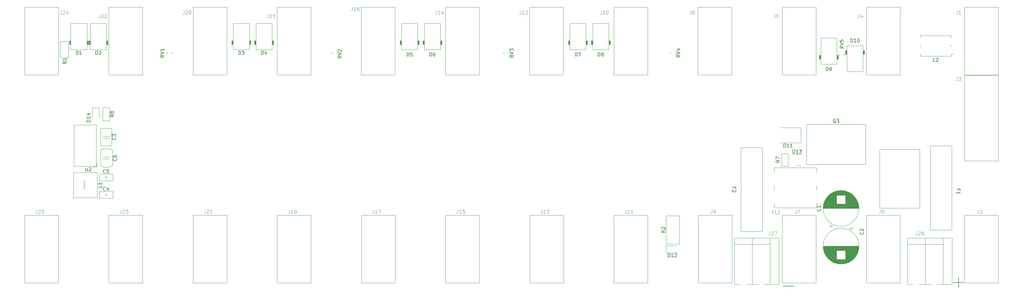
<source format=gbr>
%TF.GenerationSoftware,KiCad,Pcbnew,7.0.9*%
%TF.CreationDate,2024-06-20T11:52:21+03:00*%
%TF.ProjectId,___________ _____,1c304235-4038-43d4-913a-304f203f3b30,rev?*%
%TF.SameCoordinates,Original*%
%TF.FileFunction,Legend,Top*%
%TF.FilePolarity,Positive*%
%FSLAX46Y46*%
G04 Gerber Fmt 4.6, Leading zero omitted, Abs format (unit mm)*
G04 Created by KiCad (PCBNEW 7.0.9) date 2024-06-20 11:52:21*
%MOMM*%
%LPD*%
G01*
G04 APERTURE LIST*
%ADD10C,0.150000*%
%ADD11C,0.100000*%
%ADD12C,0.120000*%
G04 APERTURE END LIST*
D10*
X273500000Y-107000000D02*
X276500000Y-107000000D01*
X275000000Y-108500000D02*
X275000000Y-105500000D01*
X225000000Y-108000000D02*
X228000000Y-108000000D01*
X223954819Y-72166666D02*
X223478628Y-72499999D01*
X223954819Y-72738094D02*
X222954819Y-72738094D01*
X222954819Y-72738094D02*
X222954819Y-72357142D01*
X222954819Y-72357142D02*
X223002438Y-72261904D01*
X223002438Y-72261904D02*
X223050057Y-72214285D01*
X223050057Y-72214285D02*
X223145295Y-72166666D01*
X223145295Y-72166666D02*
X223288152Y-72166666D01*
X223288152Y-72166666D02*
X223383390Y-72214285D01*
X223383390Y-72214285D02*
X223431009Y-72261904D01*
X223431009Y-72261904D02*
X223478628Y-72357142D01*
X223478628Y-72357142D02*
X223478628Y-72738094D01*
X222954819Y-71833332D02*
X222954819Y-71166666D01*
X222954819Y-71166666D02*
X223954819Y-71595237D01*
X165761905Y-42454819D02*
X165761905Y-41454819D01*
X165761905Y-41454819D02*
X166000000Y-41454819D01*
X166000000Y-41454819D02*
X166142857Y-41502438D01*
X166142857Y-41502438D02*
X166238095Y-41597676D01*
X166238095Y-41597676D02*
X166285714Y-41692914D01*
X166285714Y-41692914D02*
X166333333Y-41883390D01*
X166333333Y-41883390D02*
X166333333Y-42026247D01*
X166333333Y-42026247D02*
X166285714Y-42216723D01*
X166285714Y-42216723D02*
X166238095Y-42311961D01*
X166238095Y-42311961D02*
X166142857Y-42407200D01*
X166142857Y-42407200D02*
X166000000Y-42454819D01*
X166000000Y-42454819D02*
X165761905Y-42454819D01*
X166666667Y-41454819D02*
X167333333Y-41454819D01*
X167333333Y-41454819D02*
X166904762Y-42454819D01*
D11*
X222666666Y-30457419D02*
X222666666Y-31171704D01*
X222666666Y-31171704D02*
X222619047Y-31314561D01*
X222619047Y-31314561D02*
X222523809Y-31409800D01*
X222523809Y-31409800D02*
X222380952Y-31457419D01*
X222380952Y-31457419D02*
X222285714Y-31457419D01*
X223571428Y-30457419D02*
X223380952Y-30457419D01*
X223380952Y-30457419D02*
X223285714Y-30505038D01*
X223285714Y-30505038D02*
X223238095Y-30552657D01*
X223238095Y-30552657D02*
X223142857Y-30695514D01*
X223142857Y-30695514D02*
X223095238Y-30885990D01*
X223095238Y-30885990D02*
X223095238Y-31266942D01*
X223095238Y-31266942D02*
X223142857Y-31362180D01*
X223142857Y-31362180D02*
X223190476Y-31409800D01*
X223190476Y-31409800D02*
X223285714Y-31457419D01*
X223285714Y-31457419D02*
X223476190Y-31457419D01*
X223476190Y-31457419D02*
X223571428Y-31409800D01*
X223571428Y-31409800D02*
X223619047Y-31362180D01*
X223619047Y-31362180D02*
X223666666Y-31266942D01*
X223666666Y-31266942D02*
X223666666Y-31028847D01*
X223666666Y-31028847D02*
X223619047Y-30933609D01*
X223619047Y-30933609D02*
X223571428Y-30885990D01*
X223571428Y-30885990D02*
X223476190Y-30838371D01*
X223476190Y-30838371D02*
X223285714Y-30838371D01*
X223285714Y-30838371D02*
X223190476Y-30885990D01*
X223190476Y-30885990D02*
X223142857Y-30933609D01*
X223142857Y-30933609D02*
X223095238Y-31028847D01*
D10*
X235609580Y-86034343D02*
X235657200Y-86081962D01*
X235657200Y-86081962D02*
X235704819Y-86224819D01*
X235704819Y-86224819D02*
X235704819Y-86320057D01*
X235704819Y-86320057D02*
X235657200Y-86462914D01*
X235657200Y-86462914D02*
X235561961Y-86558152D01*
X235561961Y-86558152D02*
X235466723Y-86605771D01*
X235466723Y-86605771D02*
X235276247Y-86653390D01*
X235276247Y-86653390D02*
X235133390Y-86653390D01*
X235133390Y-86653390D02*
X234942914Y-86605771D01*
X234942914Y-86605771D02*
X234847676Y-86558152D01*
X234847676Y-86558152D02*
X234752438Y-86462914D01*
X234752438Y-86462914D02*
X234704819Y-86320057D01*
X234704819Y-86320057D02*
X234704819Y-86224819D01*
X234704819Y-86224819D02*
X234752438Y-86081962D01*
X234752438Y-86081962D02*
X234800057Y-86034343D01*
X235704819Y-85081962D02*
X235704819Y-85653390D01*
X235704819Y-85367676D02*
X234704819Y-85367676D01*
X234704819Y-85367676D02*
X234847676Y-85462914D01*
X234847676Y-85462914D02*
X234942914Y-85558152D01*
X234942914Y-85558152D02*
X234990533Y-85653390D01*
D11*
X30190476Y-30457419D02*
X30190476Y-31171704D01*
X30190476Y-31171704D02*
X30142857Y-31314561D01*
X30142857Y-31314561D02*
X30047619Y-31409800D01*
X30047619Y-31409800D02*
X29904762Y-31457419D01*
X29904762Y-31457419D02*
X29809524Y-31457419D01*
X30619048Y-30552657D02*
X30666667Y-30505038D01*
X30666667Y-30505038D02*
X30761905Y-30457419D01*
X30761905Y-30457419D02*
X31000000Y-30457419D01*
X31000000Y-30457419D02*
X31095238Y-30505038D01*
X31095238Y-30505038D02*
X31142857Y-30552657D01*
X31142857Y-30552657D02*
X31190476Y-30647895D01*
X31190476Y-30647895D02*
X31190476Y-30743133D01*
X31190476Y-30743133D02*
X31142857Y-30885990D01*
X31142857Y-30885990D02*
X30571429Y-31457419D01*
X30571429Y-31457419D02*
X31190476Y-31457419D01*
X31571429Y-30552657D02*
X31619048Y-30505038D01*
X31619048Y-30505038D02*
X31714286Y-30457419D01*
X31714286Y-30457419D02*
X31952381Y-30457419D01*
X31952381Y-30457419D02*
X32047619Y-30505038D01*
X32047619Y-30505038D02*
X32095238Y-30552657D01*
X32095238Y-30552657D02*
X32142857Y-30647895D01*
X32142857Y-30647895D02*
X32142857Y-30743133D01*
X32142857Y-30743133D02*
X32095238Y-30885990D01*
X32095238Y-30885990D02*
X31523810Y-31457419D01*
X31523810Y-31457419D02*
X32142857Y-31457419D01*
X221190476Y-92457419D02*
X221190476Y-93171704D01*
X221190476Y-93171704D02*
X221142857Y-93314561D01*
X221142857Y-93314561D02*
X221047619Y-93409800D01*
X221047619Y-93409800D02*
X220904762Y-93457419D01*
X220904762Y-93457419D02*
X220809524Y-93457419D01*
X221619048Y-92552657D02*
X221666667Y-92505038D01*
X221666667Y-92505038D02*
X221761905Y-92457419D01*
X221761905Y-92457419D02*
X222000000Y-92457419D01*
X222000000Y-92457419D02*
X222095238Y-92505038D01*
X222095238Y-92505038D02*
X222142857Y-92552657D01*
X222142857Y-92552657D02*
X222190476Y-92647895D01*
X222190476Y-92647895D02*
X222190476Y-92743133D01*
X222190476Y-92743133D02*
X222142857Y-92885990D01*
X222142857Y-92885990D02*
X221571429Y-93457419D01*
X221571429Y-93457419D02*
X222190476Y-93457419D01*
X222523810Y-92457419D02*
X223190476Y-92457419D01*
X223190476Y-92457419D02*
X222761905Y-93457419D01*
X102190476Y-28457419D02*
X102190476Y-29171704D01*
X102190476Y-29171704D02*
X102142857Y-29314561D01*
X102142857Y-29314561D02*
X102047619Y-29409800D01*
X102047619Y-29409800D02*
X101904762Y-29457419D01*
X101904762Y-29457419D02*
X101809524Y-29457419D01*
X103190476Y-29457419D02*
X102619048Y-29457419D01*
X102904762Y-29457419D02*
X102904762Y-28457419D01*
X102904762Y-28457419D02*
X102809524Y-28600276D01*
X102809524Y-28600276D02*
X102714286Y-28695514D01*
X102714286Y-28695514D02*
X102619048Y-28743133D01*
X104047619Y-28457419D02*
X103857143Y-28457419D01*
X103857143Y-28457419D02*
X103761905Y-28505038D01*
X103761905Y-28505038D02*
X103714286Y-28552657D01*
X103714286Y-28552657D02*
X103619048Y-28695514D01*
X103619048Y-28695514D02*
X103571429Y-28885990D01*
X103571429Y-28885990D02*
X103571429Y-29266942D01*
X103571429Y-29266942D02*
X103619048Y-29362180D01*
X103619048Y-29362180D02*
X103666667Y-29409800D01*
X103666667Y-29409800D02*
X103761905Y-29457419D01*
X103761905Y-29457419D02*
X103952381Y-29457419D01*
X103952381Y-29457419D02*
X104047619Y-29409800D01*
X104047619Y-29409800D02*
X104095238Y-29362180D01*
X104095238Y-29362180D02*
X104142857Y-29266942D01*
X104142857Y-29266942D02*
X104142857Y-29028847D01*
X104142857Y-29028847D02*
X104095238Y-28933609D01*
X104095238Y-28933609D02*
X104047619Y-28885990D01*
X104047619Y-28885990D02*
X103952381Y-28838371D01*
X103952381Y-28838371D02*
X103761905Y-28838371D01*
X103761905Y-28838371D02*
X103666667Y-28885990D01*
X103666667Y-28885990D02*
X103619048Y-28933609D01*
X103619048Y-28933609D02*
X103571429Y-29028847D01*
D10*
X225185714Y-68454819D02*
X225185714Y-67454819D01*
X225185714Y-67454819D02*
X225423809Y-67454819D01*
X225423809Y-67454819D02*
X225566666Y-67502438D01*
X225566666Y-67502438D02*
X225661904Y-67597676D01*
X225661904Y-67597676D02*
X225709523Y-67692914D01*
X225709523Y-67692914D02*
X225757142Y-67883390D01*
X225757142Y-67883390D02*
X225757142Y-68026247D01*
X225757142Y-68026247D02*
X225709523Y-68216723D01*
X225709523Y-68216723D02*
X225661904Y-68311961D01*
X225661904Y-68311961D02*
X225566666Y-68407200D01*
X225566666Y-68407200D02*
X225423809Y-68454819D01*
X225423809Y-68454819D02*
X225185714Y-68454819D01*
X226709523Y-68454819D02*
X226138095Y-68454819D01*
X226423809Y-68454819D02*
X226423809Y-67454819D01*
X226423809Y-67454819D02*
X226328571Y-67597676D01*
X226328571Y-67597676D02*
X226233333Y-67692914D01*
X226233333Y-67692914D02*
X226138095Y-67740533D01*
X227661904Y-68454819D02*
X227090476Y-68454819D01*
X227376190Y-68454819D02*
X227376190Y-67454819D01*
X227376190Y-67454819D02*
X227280952Y-67597676D01*
X227280952Y-67597676D02*
X227185714Y-67692914D01*
X227185714Y-67692914D02*
X227090476Y-67740533D01*
X34859580Y-71666666D02*
X34907200Y-71714285D01*
X34907200Y-71714285D02*
X34954819Y-71857142D01*
X34954819Y-71857142D02*
X34954819Y-71952380D01*
X34954819Y-71952380D02*
X34907200Y-72095237D01*
X34907200Y-72095237D02*
X34811961Y-72190475D01*
X34811961Y-72190475D02*
X34716723Y-72238094D01*
X34716723Y-72238094D02*
X34526247Y-72285713D01*
X34526247Y-72285713D02*
X34383390Y-72285713D01*
X34383390Y-72285713D02*
X34192914Y-72238094D01*
X34192914Y-72238094D02*
X34097676Y-72190475D01*
X34097676Y-72190475D02*
X34002438Y-72095237D01*
X34002438Y-72095237D02*
X33954819Y-71952380D01*
X33954819Y-71952380D02*
X33954819Y-71857142D01*
X33954819Y-71857142D02*
X34002438Y-71714285D01*
X34002438Y-71714285D02*
X34050057Y-71666666D01*
X33954819Y-70809523D02*
X33954819Y-70999999D01*
X33954819Y-70999999D02*
X34002438Y-71095237D01*
X34002438Y-71095237D02*
X34050057Y-71142856D01*
X34050057Y-71142856D02*
X34192914Y-71238094D01*
X34192914Y-71238094D02*
X34383390Y-71285713D01*
X34383390Y-71285713D02*
X34764342Y-71285713D01*
X34764342Y-71285713D02*
X34859580Y-71238094D01*
X34859580Y-71238094D02*
X34907200Y-71190475D01*
X34907200Y-71190475D02*
X34954819Y-71095237D01*
X34954819Y-71095237D02*
X34954819Y-70904761D01*
X34954819Y-70904761D02*
X34907200Y-70809523D01*
X34907200Y-70809523D02*
X34859580Y-70761904D01*
X34859580Y-70761904D02*
X34764342Y-70714285D01*
X34764342Y-70714285D02*
X34526247Y-70714285D01*
X34526247Y-70714285D02*
X34431009Y-70761904D01*
X34431009Y-70761904D02*
X34383390Y-70809523D01*
X34383390Y-70809523D02*
X34335771Y-70904761D01*
X34335771Y-70904761D02*
X34335771Y-71095237D01*
X34335771Y-71095237D02*
X34383390Y-71190475D01*
X34383390Y-71190475D02*
X34431009Y-71238094D01*
X34431009Y-71238094D02*
X34526247Y-71285713D01*
X76261905Y-41954819D02*
X76261905Y-40954819D01*
X76261905Y-40954819D02*
X76500000Y-40954819D01*
X76500000Y-40954819D02*
X76642857Y-41002438D01*
X76642857Y-41002438D02*
X76738095Y-41097676D01*
X76738095Y-41097676D02*
X76785714Y-41192914D01*
X76785714Y-41192914D02*
X76833333Y-41383390D01*
X76833333Y-41383390D02*
X76833333Y-41526247D01*
X76833333Y-41526247D02*
X76785714Y-41716723D01*
X76785714Y-41716723D02*
X76738095Y-41811961D01*
X76738095Y-41811961D02*
X76642857Y-41907200D01*
X76642857Y-41907200D02*
X76500000Y-41954819D01*
X76500000Y-41954819D02*
X76261905Y-41954819D01*
X77690476Y-41288152D02*
X77690476Y-41954819D01*
X77452381Y-40907200D02*
X77214286Y-41621485D01*
X77214286Y-41621485D02*
X77833333Y-41621485D01*
X227785714Y-70154819D02*
X227785714Y-69154819D01*
X227785714Y-69154819D02*
X228023809Y-69154819D01*
X228023809Y-69154819D02*
X228166666Y-69202438D01*
X228166666Y-69202438D02*
X228261904Y-69297676D01*
X228261904Y-69297676D02*
X228309523Y-69392914D01*
X228309523Y-69392914D02*
X228357142Y-69583390D01*
X228357142Y-69583390D02*
X228357142Y-69726247D01*
X228357142Y-69726247D02*
X228309523Y-69916723D01*
X228309523Y-69916723D02*
X228261904Y-70011961D01*
X228261904Y-70011961D02*
X228166666Y-70107200D01*
X228166666Y-70107200D02*
X228023809Y-70154819D01*
X228023809Y-70154819D02*
X227785714Y-70154819D01*
X229309523Y-70154819D02*
X228738095Y-70154819D01*
X229023809Y-70154819D02*
X229023809Y-69154819D01*
X229023809Y-69154819D02*
X228928571Y-69297676D01*
X228928571Y-69297676D02*
X228833333Y-69392914D01*
X228833333Y-69392914D02*
X228738095Y-69440533D01*
X229642857Y-69154819D02*
X230261904Y-69154819D01*
X230261904Y-69154819D02*
X229928571Y-69535771D01*
X229928571Y-69535771D02*
X230071428Y-69535771D01*
X230071428Y-69535771D02*
X230166666Y-69583390D01*
X230166666Y-69583390D02*
X230214285Y-69631009D01*
X230214285Y-69631009D02*
X230261904Y-69726247D01*
X230261904Y-69726247D02*
X230261904Y-69964342D01*
X230261904Y-69964342D02*
X230214285Y-70059580D01*
X230214285Y-70059580D02*
X230166666Y-70107200D01*
X230166666Y-70107200D02*
X230071428Y-70154819D01*
X230071428Y-70154819D02*
X229785714Y-70154819D01*
X229785714Y-70154819D02*
X229690476Y-70107200D01*
X229690476Y-70107200D02*
X229642857Y-70059580D01*
D11*
X204718666Y-86269419D02*
X204718666Y-86983704D01*
X204718666Y-86983704D02*
X204671047Y-87126561D01*
X204671047Y-87126561D02*
X204575809Y-87221800D01*
X204575809Y-87221800D02*
X204432952Y-87269419D01*
X204432952Y-87269419D02*
X204337714Y-87269419D01*
X205242476Y-87269419D02*
X205432952Y-87269419D01*
X205432952Y-87269419D02*
X205528190Y-87221800D01*
X205528190Y-87221800D02*
X205575809Y-87174180D01*
X205575809Y-87174180D02*
X205671047Y-87031323D01*
X205671047Y-87031323D02*
X205718666Y-86840847D01*
X205718666Y-86840847D02*
X205718666Y-86459895D01*
X205718666Y-86459895D02*
X205671047Y-86364657D01*
X205671047Y-86364657D02*
X205623428Y-86317038D01*
X205623428Y-86317038D02*
X205528190Y-86269419D01*
X205528190Y-86269419D02*
X205337714Y-86269419D01*
X205337714Y-86269419D02*
X205242476Y-86317038D01*
X205242476Y-86317038D02*
X205194857Y-86364657D01*
X205194857Y-86364657D02*
X205147238Y-86459895D01*
X205147238Y-86459895D02*
X205147238Y-86697990D01*
X205147238Y-86697990D02*
X205194857Y-86793228D01*
X205194857Y-86793228D02*
X205242476Y-86840847D01*
X205242476Y-86840847D02*
X205337714Y-86888466D01*
X205337714Y-86888466D02*
X205528190Y-86888466D01*
X205528190Y-86888466D02*
X205623428Y-86840847D01*
X205623428Y-86840847D02*
X205671047Y-86793228D01*
X205671047Y-86793228D02*
X205718666Y-86697990D01*
D10*
X30754819Y-79366666D02*
X30754819Y-79842856D01*
X30754819Y-79842856D02*
X29754819Y-79842856D01*
X30754819Y-78509523D02*
X30754819Y-79080951D01*
X30754819Y-78795237D02*
X29754819Y-78795237D01*
X29754819Y-78795237D02*
X29897676Y-78890475D01*
X29897676Y-78890475D02*
X29992914Y-78985713D01*
X29992914Y-78985713D02*
X30040533Y-79080951D01*
D11*
X274666666Y-48457419D02*
X274666666Y-49171704D01*
X274666666Y-49171704D02*
X274619047Y-49314561D01*
X274619047Y-49314561D02*
X274523809Y-49409800D01*
X274523809Y-49409800D02*
X274380952Y-49457419D01*
X274380952Y-49457419D02*
X274285714Y-49457419D01*
X275047619Y-48457419D02*
X275666666Y-48457419D01*
X275666666Y-48457419D02*
X275333333Y-48838371D01*
X275333333Y-48838371D02*
X275476190Y-48838371D01*
X275476190Y-48838371D02*
X275571428Y-48885990D01*
X275571428Y-48885990D02*
X275619047Y-48933609D01*
X275619047Y-48933609D02*
X275666666Y-49028847D01*
X275666666Y-49028847D02*
X275666666Y-49266942D01*
X275666666Y-49266942D02*
X275619047Y-49362180D01*
X275619047Y-49362180D02*
X275571428Y-49409800D01*
X275571428Y-49409800D02*
X275476190Y-49457419D01*
X275476190Y-49457419D02*
X275190476Y-49457419D01*
X275190476Y-49457419D02*
X275095238Y-49409800D01*
X275095238Y-49409800D02*
X275047619Y-49362180D01*
X222261904Y-86933609D02*
X221928571Y-86933609D01*
X221928571Y-87457419D02*
X221928571Y-86457419D01*
X221928571Y-86457419D02*
X222404761Y-86457419D01*
X223261904Y-87457419D02*
X222785714Y-87457419D01*
X222785714Y-87457419D02*
X222785714Y-86457419D01*
X224119047Y-87457419D02*
X223547619Y-87457419D01*
X223833333Y-87457419D02*
X223833333Y-86457419D01*
X223833333Y-86457419D02*
X223738095Y-86600276D01*
X223738095Y-86600276D02*
X223642857Y-86695514D01*
X223642857Y-86695514D02*
X223547619Y-86743133D01*
X228718666Y-86269419D02*
X228718666Y-86983704D01*
X228718666Y-86983704D02*
X228671047Y-87126561D01*
X228671047Y-87126561D02*
X228575809Y-87221800D01*
X228575809Y-87221800D02*
X228432952Y-87269419D01*
X228432952Y-87269419D02*
X228337714Y-87269419D01*
X229099619Y-86269419D02*
X229766285Y-86269419D01*
X229766285Y-86269419D02*
X229337714Y-87269419D01*
X246666666Y-30457419D02*
X246666666Y-31171704D01*
X246666666Y-31171704D02*
X246619047Y-31314561D01*
X246619047Y-31314561D02*
X246523809Y-31409800D01*
X246523809Y-31409800D02*
X246380952Y-31457419D01*
X246380952Y-31457419D02*
X246285714Y-31457419D01*
X247571428Y-30790752D02*
X247571428Y-31457419D01*
X247333333Y-30409800D02*
X247095238Y-31124085D01*
X247095238Y-31124085D02*
X247714285Y-31124085D01*
D10*
X26105595Y-74217319D02*
X26105595Y-75026842D01*
X26105595Y-75026842D02*
X26153214Y-75122080D01*
X26153214Y-75122080D02*
X26200833Y-75169700D01*
X26200833Y-75169700D02*
X26296071Y-75217319D01*
X26296071Y-75217319D02*
X26486547Y-75217319D01*
X26486547Y-75217319D02*
X26581785Y-75169700D01*
X26581785Y-75169700D02*
X26629404Y-75122080D01*
X26629404Y-75122080D02*
X26677023Y-75026842D01*
X26677023Y-75026842D02*
X26677023Y-74217319D01*
X27105595Y-74312557D02*
X27153214Y-74264938D01*
X27153214Y-74264938D02*
X27248452Y-74217319D01*
X27248452Y-74217319D02*
X27486547Y-74217319D01*
X27486547Y-74217319D02*
X27581785Y-74264938D01*
X27581785Y-74264938D02*
X27629404Y-74312557D01*
X27629404Y-74312557D02*
X27677023Y-74407795D01*
X27677023Y-74407795D02*
X27677023Y-74503033D01*
X27677023Y-74503033D02*
X27629404Y-74645890D01*
X27629404Y-74645890D02*
X27057976Y-75217319D01*
X27057976Y-75217319D02*
X27677023Y-75217319D01*
X237261905Y-46604819D02*
X237261905Y-45604819D01*
X237261905Y-45604819D02*
X237500000Y-45604819D01*
X237500000Y-45604819D02*
X237642857Y-45652438D01*
X237642857Y-45652438D02*
X237738095Y-45747676D01*
X237738095Y-45747676D02*
X237785714Y-45842914D01*
X237785714Y-45842914D02*
X237833333Y-46033390D01*
X237833333Y-46033390D02*
X237833333Y-46176247D01*
X237833333Y-46176247D02*
X237785714Y-46366723D01*
X237785714Y-46366723D02*
X237738095Y-46461961D01*
X237738095Y-46461961D02*
X237642857Y-46557200D01*
X237642857Y-46557200D02*
X237500000Y-46604819D01*
X237500000Y-46604819D02*
X237261905Y-46604819D01*
X238309524Y-46604819D02*
X238500000Y-46604819D01*
X238500000Y-46604819D02*
X238595238Y-46557200D01*
X238595238Y-46557200D02*
X238642857Y-46509580D01*
X238642857Y-46509580D02*
X238738095Y-46366723D01*
X238738095Y-46366723D02*
X238785714Y-46176247D01*
X238785714Y-46176247D02*
X238785714Y-45795295D01*
X238785714Y-45795295D02*
X238738095Y-45700057D01*
X238738095Y-45700057D02*
X238690476Y-45652438D01*
X238690476Y-45652438D02*
X238595238Y-45604819D01*
X238595238Y-45604819D02*
X238404762Y-45604819D01*
X238404762Y-45604819D02*
X238309524Y-45652438D01*
X238309524Y-45652438D02*
X238261905Y-45700057D01*
X238261905Y-45700057D02*
X238214286Y-45795295D01*
X238214286Y-45795295D02*
X238214286Y-46033390D01*
X238214286Y-46033390D02*
X238261905Y-46128628D01*
X238261905Y-46128628D02*
X238309524Y-46176247D01*
X238309524Y-46176247D02*
X238404762Y-46223866D01*
X238404762Y-46223866D02*
X238595238Y-46223866D01*
X238595238Y-46223866D02*
X238690476Y-46176247D01*
X238690476Y-46176247D02*
X238738095Y-46128628D01*
X238738095Y-46128628D02*
X238785714Y-46033390D01*
X34154819Y-59141666D02*
X33678628Y-59474999D01*
X34154819Y-59713094D02*
X33154819Y-59713094D01*
X33154819Y-59713094D02*
X33154819Y-59332142D01*
X33154819Y-59332142D02*
X33202438Y-59236904D01*
X33202438Y-59236904D02*
X33250057Y-59189285D01*
X33250057Y-59189285D02*
X33345295Y-59141666D01*
X33345295Y-59141666D02*
X33488152Y-59141666D01*
X33488152Y-59141666D02*
X33583390Y-59189285D01*
X33583390Y-59189285D02*
X33631009Y-59236904D01*
X33631009Y-59236904D02*
X33678628Y-59332142D01*
X33678628Y-59332142D02*
X33678628Y-59713094D01*
X33583390Y-58570237D02*
X33535771Y-58665475D01*
X33535771Y-58665475D02*
X33488152Y-58713094D01*
X33488152Y-58713094D02*
X33392914Y-58760713D01*
X33392914Y-58760713D02*
X33345295Y-58760713D01*
X33345295Y-58760713D02*
X33250057Y-58713094D01*
X33250057Y-58713094D02*
X33202438Y-58665475D01*
X33202438Y-58665475D02*
X33154819Y-58570237D01*
X33154819Y-58570237D02*
X33154819Y-58379761D01*
X33154819Y-58379761D02*
X33202438Y-58284523D01*
X33202438Y-58284523D02*
X33250057Y-58236904D01*
X33250057Y-58236904D02*
X33345295Y-58189285D01*
X33345295Y-58189285D02*
X33392914Y-58189285D01*
X33392914Y-58189285D02*
X33488152Y-58236904D01*
X33488152Y-58236904D02*
X33535771Y-58284523D01*
X33535771Y-58284523D02*
X33583390Y-58379761D01*
X33583390Y-58379761D02*
X33583390Y-58570237D01*
X33583390Y-58570237D02*
X33631009Y-58665475D01*
X33631009Y-58665475D02*
X33678628Y-58713094D01*
X33678628Y-58713094D02*
X33773866Y-58760713D01*
X33773866Y-58760713D02*
X33964342Y-58760713D01*
X33964342Y-58760713D02*
X34059580Y-58713094D01*
X34059580Y-58713094D02*
X34107200Y-58665475D01*
X34107200Y-58665475D02*
X34154819Y-58570237D01*
X34154819Y-58570237D02*
X34154819Y-58379761D01*
X34154819Y-58379761D02*
X34107200Y-58284523D01*
X34107200Y-58284523D02*
X34059580Y-58236904D01*
X34059580Y-58236904D02*
X33964342Y-58189285D01*
X33964342Y-58189285D02*
X33773866Y-58189285D01*
X33773866Y-58189285D02*
X33678628Y-58236904D01*
X33678628Y-58236904D02*
X33631009Y-58284523D01*
X33631009Y-58284523D02*
X33583390Y-58379761D01*
X191334819Y-92166666D02*
X190858628Y-92499999D01*
X191334819Y-92738094D02*
X190334819Y-92738094D01*
X190334819Y-92738094D02*
X190334819Y-92357142D01*
X190334819Y-92357142D02*
X190382438Y-92261904D01*
X190382438Y-92261904D02*
X190430057Y-92214285D01*
X190430057Y-92214285D02*
X190525295Y-92166666D01*
X190525295Y-92166666D02*
X190668152Y-92166666D01*
X190668152Y-92166666D02*
X190763390Y-92214285D01*
X190763390Y-92214285D02*
X190811009Y-92261904D01*
X190811009Y-92261904D02*
X190858628Y-92357142D01*
X190858628Y-92357142D02*
X190858628Y-92738094D01*
X190430057Y-91785713D02*
X190382438Y-91738094D01*
X190382438Y-91738094D02*
X190334819Y-91642856D01*
X190334819Y-91642856D02*
X190334819Y-91404761D01*
X190334819Y-91404761D02*
X190382438Y-91309523D01*
X190382438Y-91309523D02*
X190430057Y-91261904D01*
X190430057Y-91261904D02*
X190525295Y-91214285D01*
X190525295Y-91214285D02*
X190620533Y-91214285D01*
X190620533Y-91214285D02*
X190763390Y-91261904D01*
X190763390Y-91261904D02*
X191334819Y-91833332D01*
X191334819Y-91833332D02*
X191334819Y-91214285D01*
X240004761Y-61500057D02*
X239909523Y-61452438D01*
X239909523Y-61452438D02*
X239814285Y-61357200D01*
X239814285Y-61357200D02*
X239671428Y-61214342D01*
X239671428Y-61214342D02*
X239576190Y-61166723D01*
X239576190Y-61166723D02*
X239480952Y-61166723D01*
X239528571Y-61404819D02*
X239433333Y-61357200D01*
X239433333Y-61357200D02*
X239338095Y-61261961D01*
X239338095Y-61261961D02*
X239290476Y-61071485D01*
X239290476Y-61071485D02*
X239290476Y-60738152D01*
X239290476Y-60738152D02*
X239338095Y-60547676D01*
X239338095Y-60547676D02*
X239433333Y-60452438D01*
X239433333Y-60452438D02*
X239528571Y-60404819D01*
X239528571Y-60404819D02*
X239719047Y-60404819D01*
X239719047Y-60404819D02*
X239814285Y-60452438D01*
X239814285Y-60452438D02*
X239909523Y-60547676D01*
X239909523Y-60547676D02*
X239957142Y-60738152D01*
X239957142Y-60738152D02*
X239957142Y-61071485D01*
X239957142Y-61071485D02*
X239909523Y-61261961D01*
X239909523Y-61261961D02*
X239814285Y-61357200D01*
X239814285Y-61357200D02*
X239719047Y-61404819D01*
X239719047Y-61404819D02*
X239528571Y-61404819D01*
X240290476Y-60404819D02*
X240909523Y-60404819D01*
X240909523Y-60404819D02*
X240576190Y-60785771D01*
X240576190Y-60785771D02*
X240719047Y-60785771D01*
X240719047Y-60785771D02*
X240814285Y-60833390D01*
X240814285Y-60833390D02*
X240861904Y-60881009D01*
X240861904Y-60881009D02*
X240909523Y-60976247D01*
X240909523Y-60976247D02*
X240909523Y-61214342D01*
X240909523Y-61214342D02*
X240861904Y-61309580D01*
X240861904Y-61309580D02*
X240814285Y-61357200D01*
X240814285Y-61357200D02*
X240719047Y-61404819D01*
X240719047Y-61404819D02*
X240433333Y-61404819D01*
X240433333Y-61404819D02*
X240338095Y-61357200D01*
X240338095Y-61357200D02*
X240290476Y-61309580D01*
X31795833Y-80679580D02*
X31748214Y-80727200D01*
X31748214Y-80727200D02*
X31605357Y-80774819D01*
X31605357Y-80774819D02*
X31510119Y-80774819D01*
X31510119Y-80774819D02*
X31367262Y-80727200D01*
X31367262Y-80727200D02*
X31272024Y-80631961D01*
X31272024Y-80631961D02*
X31224405Y-80536723D01*
X31224405Y-80536723D02*
X31176786Y-80346247D01*
X31176786Y-80346247D02*
X31176786Y-80203390D01*
X31176786Y-80203390D02*
X31224405Y-80012914D01*
X31224405Y-80012914D02*
X31272024Y-79917676D01*
X31272024Y-79917676D02*
X31367262Y-79822438D01*
X31367262Y-79822438D02*
X31510119Y-79774819D01*
X31510119Y-79774819D02*
X31605357Y-79774819D01*
X31605357Y-79774819D02*
X31748214Y-79822438D01*
X31748214Y-79822438D02*
X31795833Y-79870057D01*
X32652976Y-80108152D02*
X32652976Y-80774819D01*
X32414881Y-79727200D02*
X32176786Y-80441485D01*
X32176786Y-80441485D02*
X32795833Y-80441485D01*
X172261905Y-42454819D02*
X172261905Y-41454819D01*
X172261905Y-41454819D02*
X172500000Y-41454819D01*
X172500000Y-41454819D02*
X172642857Y-41502438D01*
X172642857Y-41502438D02*
X172738095Y-41597676D01*
X172738095Y-41597676D02*
X172785714Y-41692914D01*
X172785714Y-41692914D02*
X172833333Y-41883390D01*
X172833333Y-41883390D02*
X172833333Y-42026247D01*
X172833333Y-42026247D02*
X172785714Y-42216723D01*
X172785714Y-42216723D02*
X172738095Y-42311961D01*
X172738095Y-42311961D02*
X172642857Y-42407200D01*
X172642857Y-42407200D02*
X172500000Y-42454819D01*
X172500000Y-42454819D02*
X172261905Y-42454819D01*
X173404762Y-41883390D02*
X173309524Y-41835771D01*
X173309524Y-41835771D02*
X173261905Y-41788152D01*
X173261905Y-41788152D02*
X173214286Y-41692914D01*
X173214286Y-41692914D02*
X173214286Y-41645295D01*
X173214286Y-41645295D02*
X173261905Y-41550057D01*
X173261905Y-41550057D02*
X173309524Y-41502438D01*
X173309524Y-41502438D02*
X173404762Y-41454819D01*
X173404762Y-41454819D02*
X173595238Y-41454819D01*
X173595238Y-41454819D02*
X173690476Y-41502438D01*
X173690476Y-41502438D02*
X173738095Y-41550057D01*
X173738095Y-41550057D02*
X173785714Y-41645295D01*
X173785714Y-41645295D02*
X173785714Y-41692914D01*
X173785714Y-41692914D02*
X173738095Y-41788152D01*
X173738095Y-41788152D02*
X173690476Y-41835771D01*
X173690476Y-41835771D02*
X173595238Y-41883390D01*
X173595238Y-41883390D02*
X173404762Y-41883390D01*
X173404762Y-41883390D02*
X173309524Y-41931009D01*
X173309524Y-41931009D02*
X173261905Y-41978628D01*
X173261905Y-41978628D02*
X173214286Y-42073866D01*
X173214286Y-42073866D02*
X173214286Y-42264342D01*
X173214286Y-42264342D02*
X173261905Y-42359580D01*
X173261905Y-42359580D02*
X173309524Y-42407200D01*
X173309524Y-42407200D02*
X173404762Y-42454819D01*
X173404762Y-42454819D02*
X173595238Y-42454819D01*
X173595238Y-42454819D02*
X173690476Y-42407200D01*
X173690476Y-42407200D02*
X173738095Y-42359580D01*
X173738095Y-42359580D02*
X173785714Y-42264342D01*
X173785714Y-42264342D02*
X173785714Y-42073866D01*
X173785714Y-42073866D02*
X173738095Y-41978628D01*
X173738095Y-41978628D02*
X173690476Y-41931009D01*
X173690476Y-41931009D02*
X173595238Y-41883390D01*
D11*
X54190476Y-29457419D02*
X54190476Y-30171704D01*
X54190476Y-30171704D02*
X54142857Y-30314561D01*
X54142857Y-30314561D02*
X54047619Y-30409800D01*
X54047619Y-30409800D02*
X53904762Y-30457419D01*
X53904762Y-30457419D02*
X53809524Y-30457419D01*
X54619048Y-29552657D02*
X54666667Y-29505038D01*
X54666667Y-29505038D02*
X54761905Y-29457419D01*
X54761905Y-29457419D02*
X55000000Y-29457419D01*
X55000000Y-29457419D02*
X55095238Y-29505038D01*
X55095238Y-29505038D02*
X55142857Y-29552657D01*
X55142857Y-29552657D02*
X55190476Y-29647895D01*
X55190476Y-29647895D02*
X55190476Y-29743133D01*
X55190476Y-29743133D02*
X55142857Y-29885990D01*
X55142857Y-29885990D02*
X54571429Y-30457419D01*
X54571429Y-30457419D02*
X55190476Y-30457419D01*
X55809524Y-29457419D02*
X55904762Y-29457419D01*
X55904762Y-29457419D02*
X56000000Y-29505038D01*
X56000000Y-29505038D02*
X56047619Y-29552657D01*
X56047619Y-29552657D02*
X56095238Y-29647895D01*
X56095238Y-29647895D02*
X56142857Y-29838371D01*
X56142857Y-29838371D02*
X56142857Y-30076466D01*
X56142857Y-30076466D02*
X56095238Y-30266942D01*
X56095238Y-30266942D02*
X56047619Y-30362180D01*
X56047619Y-30362180D02*
X56000000Y-30409800D01*
X56000000Y-30409800D02*
X55904762Y-30457419D01*
X55904762Y-30457419D02*
X55809524Y-30457419D01*
X55809524Y-30457419D02*
X55714286Y-30409800D01*
X55714286Y-30409800D02*
X55666667Y-30362180D01*
X55666667Y-30362180D02*
X55619048Y-30266942D01*
X55619048Y-30266942D02*
X55571429Y-30076466D01*
X55571429Y-30076466D02*
X55571429Y-29838371D01*
X55571429Y-29838371D02*
X55619048Y-29647895D01*
X55619048Y-29647895D02*
X55666667Y-29552657D01*
X55666667Y-29552657D02*
X55714286Y-29505038D01*
X55714286Y-29505038D02*
X55809524Y-29457419D01*
D10*
X275068990Y-80666666D02*
X275068990Y-80333333D01*
X274545180Y-80333333D02*
X275545180Y-80333333D01*
X275545180Y-80333333D02*
X275545180Y-80809523D01*
X274545180Y-81714285D02*
X274545180Y-81142857D01*
X274545180Y-81428571D02*
X275545180Y-81428571D01*
X275545180Y-81428571D02*
X275402323Y-81333333D01*
X275402323Y-81333333D02*
X275307085Y-81238095D01*
X275307085Y-81238095D02*
X275259466Y-81142857D01*
D11*
X84242476Y-86269419D02*
X84242476Y-86983704D01*
X84242476Y-86983704D02*
X84194857Y-87126561D01*
X84194857Y-87126561D02*
X84099619Y-87221800D01*
X84099619Y-87221800D02*
X83956762Y-87269419D01*
X83956762Y-87269419D02*
X83861524Y-87269419D01*
X85242476Y-87269419D02*
X84671048Y-87269419D01*
X84956762Y-87269419D02*
X84956762Y-86269419D01*
X84956762Y-86269419D02*
X84861524Y-86412276D01*
X84861524Y-86412276D02*
X84766286Y-86507514D01*
X84766286Y-86507514D02*
X84671048Y-86555133D01*
X85718667Y-87269419D02*
X85909143Y-87269419D01*
X85909143Y-87269419D02*
X86004381Y-87221800D01*
X86004381Y-87221800D02*
X86052000Y-87174180D01*
X86052000Y-87174180D02*
X86147238Y-87031323D01*
X86147238Y-87031323D02*
X86194857Y-86840847D01*
X86194857Y-86840847D02*
X86194857Y-86459895D01*
X86194857Y-86459895D02*
X86147238Y-86364657D01*
X86147238Y-86364657D02*
X86099619Y-86317038D01*
X86099619Y-86317038D02*
X86004381Y-86269419D01*
X86004381Y-86269419D02*
X85813905Y-86269419D01*
X85813905Y-86269419D02*
X85718667Y-86317038D01*
X85718667Y-86317038D02*
X85671048Y-86364657D01*
X85671048Y-86364657D02*
X85623429Y-86459895D01*
X85623429Y-86459895D02*
X85623429Y-86697990D01*
X85623429Y-86697990D02*
X85671048Y-86793228D01*
X85671048Y-86793228D02*
X85718667Y-86840847D01*
X85718667Y-86840847D02*
X85813905Y-86888466D01*
X85813905Y-86888466D02*
X86004381Y-86888466D01*
X86004381Y-86888466D02*
X86099619Y-86840847D01*
X86099619Y-86840847D02*
X86147238Y-86793228D01*
X86147238Y-86793228D02*
X86194857Y-86697990D01*
D10*
X29011905Y-41954819D02*
X29011905Y-40954819D01*
X29011905Y-40954819D02*
X29250000Y-40954819D01*
X29250000Y-40954819D02*
X29392857Y-41002438D01*
X29392857Y-41002438D02*
X29488095Y-41097676D01*
X29488095Y-41097676D02*
X29535714Y-41192914D01*
X29535714Y-41192914D02*
X29583333Y-41383390D01*
X29583333Y-41383390D02*
X29583333Y-41526247D01*
X29583333Y-41526247D02*
X29535714Y-41716723D01*
X29535714Y-41716723D02*
X29488095Y-41811961D01*
X29488095Y-41811961D02*
X29392857Y-41907200D01*
X29392857Y-41907200D02*
X29250000Y-41954819D01*
X29250000Y-41954819D02*
X29011905Y-41954819D01*
X29964286Y-41050057D02*
X30011905Y-41002438D01*
X30011905Y-41002438D02*
X30107143Y-40954819D01*
X30107143Y-40954819D02*
X30345238Y-40954819D01*
X30345238Y-40954819D02*
X30440476Y-41002438D01*
X30440476Y-41002438D02*
X30488095Y-41050057D01*
X30488095Y-41050057D02*
X30535714Y-41145295D01*
X30535714Y-41145295D02*
X30535714Y-41240533D01*
X30535714Y-41240533D02*
X30488095Y-41383390D01*
X30488095Y-41383390D02*
X29916667Y-41954819D01*
X29916667Y-41954819D02*
X30535714Y-41954819D01*
X117761905Y-42454819D02*
X117761905Y-41454819D01*
X117761905Y-41454819D02*
X118000000Y-41454819D01*
X118000000Y-41454819D02*
X118142857Y-41502438D01*
X118142857Y-41502438D02*
X118238095Y-41597676D01*
X118238095Y-41597676D02*
X118285714Y-41692914D01*
X118285714Y-41692914D02*
X118333333Y-41883390D01*
X118333333Y-41883390D02*
X118333333Y-42026247D01*
X118333333Y-42026247D02*
X118285714Y-42216723D01*
X118285714Y-42216723D02*
X118238095Y-42311961D01*
X118238095Y-42311961D02*
X118142857Y-42407200D01*
X118142857Y-42407200D02*
X118000000Y-42454819D01*
X118000000Y-42454819D02*
X117761905Y-42454819D01*
X119238095Y-41454819D02*
X118761905Y-41454819D01*
X118761905Y-41454819D02*
X118714286Y-41931009D01*
X118714286Y-41931009D02*
X118761905Y-41883390D01*
X118761905Y-41883390D02*
X118857143Y-41835771D01*
X118857143Y-41835771D02*
X119095238Y-41835771D01*
X119095238Y-41835771D02*
X119190476Y-41883390D01*
X119190476Y-41883390D02*
X119238095Y-41931009D01*
X119238095Y-41931009D02*
X119285714Y-42026247D01*
X119285714Y-42026247D02*
X119285714Y-42264342D01*
X119285714Y-42264342D02*
X119238095Y-42359580D01*
X119238095Y-42359580D02*
X119190476Y-42407200D01*
X119190476Y-42407200D02*
X119095238Y-42454819D01*
X119095238Y-42454819D02*
X118857143Y-42454819D01*
X118857143Y-42454819D02*
X118761905Y-42407200D01*
X118761905Y-42407200D02*
X118714286Y-42359580D01*
X211068990Y-80166666D02*
X211068990Y-79833333D01*
X210545180Y-79833333D02*
X211545180Y-79833333D01*
X211545180Y-79833333D02*
X211545180Y-80309523D01*
X211449942Y-80642857D02*
X211497561Y-80690476D01*
X211497561Y-80690476D02*
X211545180Y-80785714D01*
X211545180Y-80785714D02*
X211545180Y-81023809D01*
X211545180Y-81023809D02*
X211497561Y-81119047D01*
X211497561Y-81119047D02*
X211449942Y-81166666D01*
X211449942Y-81166666D02*
X211354704Y-81214285D01*
X211354704Y-81214285D02*
X211259466Y-81214285D01*
X211259466Y-81214285D02*
X211116609Y-81166666D01*
X211116609Y-81166666D02*
X210545180Y-80595238D01*
X210545180Y-80595238D02*
X210545180Y-81214285D01*
X69761905Y-41954819D02*
X69761905Y-40954819D01*
X69761905Y-40954819D02*
X70000000Y-40954819D01*
X70000000Y-40954819D02*
X70142857Y-41002438D01*
X70142857Y-41002438D02*
X70238095Y-41097676D01*
X70238095Y-41097676D02*
X70285714Y-41192914D01*
X70285714Y-41192914D02*
X70333333Y-41383390D01*
X70333333Y-41383390D02*
X70333333Y-41526247D01*
X70333333Y-41526247D02*
X70285714Y-41716723D01*
X70285714Y-41716723D02*
X70238095Y-41811961D01*
X70238095Y-41811961D02*
X70142857Y-41907200D01*
X70142857Y-41907200D02*
X70000000Y-41954819D01*
X70000000Y-41954819D02*
X69761905Y-41954819D01*
X70666667Y-40954819D02*
X71285714Y-40954819D01*
X71285714Y-40954819D02*
X70952381Y-41335771D01*
X70952381Y-41335771D02*
X71095238Y-41335771D01*
X71095238Y-41335771D02*
X71190476Y-41383390D01*
X71190476Y-41383390D02*
X71238095Y-41431009D01*
X71238095Y-41431009D02*
X71285714Y-41526247D01*
X71285714Y-41526247D02*
X71285714Y-41764342D01*
X71285714Y-41764342D02*
X71238095Y-41859580D01*
X71238095Y-41859580D02*
X71190476Y-41907200D01*
X71190476Y-41907200D02*
X71095238Y-41954819D01*
X71095238Y-41954819D02*
X70809524Y-41954819D01*
X70809524Y-41954819D02*
X70714286Y-41907200D01*
X70714286Y-41907200D02*
X70666667Y-41859580D01*
X31795833Y-75679580D02*
X31748214Y-75727200D01*
X31748214Y-75727200D02*
X31605357Y-75774819D01*
X31605357Y-75774819D02*
X31510119Y-75774819D01*
X31510119Y-75774819D02*
X31367262Y-75727200D01*
X31367262Y-75727200D02*
X31272024Y-75631961D01*
X31272024Y-75631961D02*
X31224405Y-75536723D01*
X31224405Y-75536723D02*
X31176786Y-75346247D01*
X31176786Y-75346247D02*
X31176786Y-75203390D01*
X31176786Y-75203390D02*
X31224405Y-75012914D01*
X31224405Y-75012914D02*
X31272024Y-74917676D01*
X31272024Y-74917676D02*
X31367262Y-74822438D01*
X31367262Y-74822438D02*
X31510119Y-74774819D01*
X31510119Y-74774819D02*
X31605357Y-74774819D01*
X31605357Y-74774819D02*
X31748214Y-74822438D01*
X31748214Y-74822438D02*
X31795833Y-74870057D01*
X32700595Y-74774819D02*
X32224405Y-74774819D01*
X32224405Y-74774819D02*
X32176786Y-75251009D01*
X32176786Y-75251009D02*
X32224405Y-75203390D01*
X32224405Y-75203390D02*
X32319643Y-75155771D01*
X32319643Y-75155771D02*
X32557738Y-75155771D01*
X32557738Y-75155771D02*
X32652976Y-75203390D01*
X32652976Y-75203390D02*
X32700595Y-75251009D01*
X32700595Y-75251009D02*
X32748214Y-75346247D01*
X32748214Y-75346247D02*
X32748214Y-75584342D01*
X32748214Y-75584342D02*
X32700595Y-75679580D01*
X32700595Y-75679580D02*
X32652976Y-75727200D01*
X32652976Y-75727200D02*
X32557738Y-75774819D01*
X32557738Y-75774819D02*
X32319643Y-75774819D01*
X32319643Y-75774819D02*
X32224405Y-75727200D01*
X32224405Y-75727200D02*
X32176786Y-75679580D01*
X48454819Y-42157738D02*
X47978628Y-42491071D01*
X48454819Y-42729166D02*
X47454819Y-42729166D01*
X47454819Y-42729166D02*
X47454819Y-42348214D01*
X47454819Y-42348214D02*
X47502438Y-42252976D01*
X47502438Y-42252976D02*
X47550057Y-42205357D01*
X47550057Y-42205357D02*
X47645295Y-42157738D01*
X47645295Y-42157738D02*
X47788152Y-42157738D01*
X47788152Y-42157738D02*
X47883390Y-42205357D01*
X47883390Y-42205357D02*
X47931009Y-42252976D01*
X47931009Y-42252976D02*
X47978628Y-42348214D01*
X47978628Y-42348214D02*
X47978628Y-42729166D01*
X47454819Y-41872023D02*
X48454819Y-41538690D01*
X48454819Y-41538690D02*
X47454819Y-41205357D01*
X48454819Y-40348214D02*
X48454819Y-40919642D01*
X48454819Y-40633928D02*
X47454819Y-40633928D01*
X47454819Y-40633928D02*
X47597676Y-40729166D01*
X47597676Y-40729166D02*
X47692914Y-40824404D01*
X47692914Y-40824404D02*
X47740533Y-40919642D01*
X27454819Y-61214285D02*
X26454819Y-61214285D01*
X26454819Y-61214285D02*
X26454819Y-60976190D01*
X26454819Y-60976190D02*
X26502438Y-60833333D01*
X26502438Y-60833333D02*
X26597676Y-60738095D01*
X26597676Y-60738095D02*
X26692914Y-60690476D01*
X26692914Y-60690476D02*
X26883390Y-60642857D01*
X26883390Y-60642857D02*
X27026247Y-60642857D01*
X27026247Y-60642857D02*
X27216723Y-60690476D01*
X27216723Y-60690476D02*
X27311961Y-60738095D01*
X27311961Y-60738095D02*
X27407200Y-60833333D01*
X27407200Y-60833333D02*
X27454819Y-60976190D01*
X27454819Y-60976190D02*
X27454819Y-61214285D01*
X27454819Y-59690476D02*
X27454819Y-60261904D01*
X27454819Y-59976190D02*
X26454819Y-59976190D01*
X26454819Y-59976190D02*
X26597676Y-60071428D01*
X26597676Y-60071428D02*
X26692914Y-60166666D01*
X26692914Y-60166666D02*
X26740533Y-60261904D01*
X26788152Y-58833333D02*
X27454819Y-58833333D01*
X26407200Y-59071428D02*
X27121485Y-59309523D01*
X27121485Y-59309523D02*
X27121485Y-58690476D01*
X20654819Y-43966666D02*
X20178628Y-44299999D01*
X20654819Y-44538094D02*
X19654819Y-44538094D01*
X19654819Y-44538094D02*
X19654819Y-44157142D01*
X19654819Y-44157142D02*
X19702438Y-44061904D01*
X19702438Y-44061904D02*
X19750057Y-44014285D01*
X19750057Y-44014285D02*
X19845295Y-43966666D01*
X19845295Y-43966666D02*
X19988152Y-43966666D01*
X19988152Y-43966666D02*
X20083390Y-44014285D01*
X20083390Y-44014285D02*
X20131009Y-44061904D01*
X20131009Y-44061904D02*
X20178628Y-44157142D01*
X20178628Y-44157142D02*
X20178628Y-44538094D01*
X20654819Y-43014285D02*
X20654819Y-43585713D01*
X20654819Y-43299999D02*
X19654819Y-43299999D01*
X19654819Y-43299999D02*
X19797676Y-43395237D01*
X19797676Y-43395237D02*
X19892914Y-43490475D01*
X19892914Y-43490475D02*
X19940533Y-43585713D01*
X244285714Y-38454819D02*
X244285714Y-37454819D01*
X244285714Y-37454819D02*
X244523809Y-37454819D01*
X244523809Y-37454819D02*
X244666666Y-37502438D01*
X244666666Y-37502438D02*
X244761904Y-37597676D01*
X244761904Y-37597676D02*
X244809523Y-37692914D01*
X244809523Y-37692914D02*
X244857142Y-37883390D01*
X244857142Y-37883390D02*
X244857142Y-38026247D01*
X244857142Y-38026247D02*
X244809523Y-38216723D01*
X244809523Y-38216723D02*
X244761904Y-38311961D01*
X244761904Y-38311961D02*
X244666666Y-38407200D01*
X244666666Y-38407200D02*
X244523809Y-38454819D01*
X244523809Y-38454819D02*
X244285714Y-38454819D01*
X245809523Y-38454819D02*
X245238095Y-38454819D01*
X245523809Y-38454819D02*
X245523809Y-37454819D01*
X245523809Y-37454819D02*
X245428571Y-37597676D01*
X245428571Y-37597676D02*
X245333333Y-37692914D01*
X245333333Y-37692914D02*
X245238095Y-37740533D01*
X246428571Y-37454819D02*
X246523809Y-37454819D01*
X246523809Y-37454819D02*
X246619047Y-37502438D01*
X246619047Y-37502438D02*
X246666666Y-37550057D01*
X246666666Y-37550057D02*
X246714285Y-37645295D01*
X246714285Y-37645295D02*
X246761904Y-37835771D01*
X246761904Y-37835771D02*
X246761904Y-38073866D01*
X246761904Y-38073866D02*
X246714285Y-38264342D01*
X246714285Y-38264342D02*
X246666666Y-38359580D01*
X246666666Y-38359580D02*
X246619047Y-38407200D01*
X246619047Y-38407200D02*
X246523809Y-38454819D01*
X246523809Y-38454819D02*
X246428571Y-38454819D01*
X246428571Y-38454819D02*
X246333333Y-38407200D01*
X246333333Y-38407200D02*
X246285714Y-38359580D01*
X246285714Y-38359580D02*
X246238095Y-38264342D01*
X246238095Y-38264342D02*
X246190476Y-38073866D01*
X246190476Y-38073866D02*
X246190476Y-37835771D01*
X246190476Y-37835771D02*
X246238095Y-37645295D01*
X246238095Y-37645295D02*
X246285714Y-37550057D01*
X246285714Y-37550057D02*
X246333333Y-37502438D01*
X246333333Y-37502438D02*
X246428571Y-37454819D01*
D11*
X280698666Y-86269419D02*
X280698666Y-86983704D01*
X280698666Y-86983704D02*
X280651047Y-87126561D01*
X280651047Y-87126561D02*
X280555809Y-87221800D01*
X280555809Y-87221800D02*
X280412952Y-87269419D01*
X280412952Y-87269419D02*
X280317714Y-87269419D01*
X281127238Y-86364657D02*
X281174857Y-86317038D01*
X281174857Y-86317038D02*
X281270095Y-86269419D01*
X281270095Y-86269419D02*
X281508190Y-86269419D01*
X281508190Y-86269419D02*
X281603428Y-86317038D01*
X281603428Y-86317038D02*
X281651047Y-86364657D01*
X281651047Y-86364657D02*
X281698666Y-86459895D01*
X281698666Y-86459895D02*
X281698666Y-86555133D01*
X281698666Y-86555133D02*
X281651047Y-86697990D01*
X281651047Y-86697990D02*
X281079619Y-87269419D01*
X281079619Y-87269419D02*
X281698666Y-87269419D01*
X274666666Y-29457419D02*
X274666666Y-30171704D01*
X274666666Y-30171704D02*
X274619047Y-30314561D01*
X274619047Y-30314561D02*
X274523809Y-30409800D01*
X274523809Y-30409800D02*
X274380952Y-30457419D01*
X274380952Y-30457419D02*
X274285714Y-30457419D01*
X275666666Y-30457419D02*
X275095238Y-30457419D01*
X275380952Y-30457419D02*
X275380952Y-29457419D01*
X275380952Y-29457419D02*
X275285714Y-29600276D01*
X275285714Y-29600276D02*
X275190476Y-29695514D01*
X275190476Y-29695514D02*
X275095238Y-29743133D01*
D10*
X242204819Y-39595238D02*
X241728628Y-39928571D01*
X242204819Y-40166666D02*
X241204819Y-40166666D01*
X241204819Y-40166666D02*
X241204819Y-39785714D01*
X241204819Y-39785714D02*
X241252438Y-39690476D01*
X241252438Y-39690476D02*
X241300057Y-39642857D01*
X241300057Y-39642857D02*
X241395295Y-39595238D01*
X241395295Y-39595238D02*
X241538152Y-39595238D01*
X241538152Y-39595238D02*
X241633390Y-39642857D01*
X241633390Y-39642857D02*
X241681009Y-39690476D01*
X241681009Y-39690476D02*
X241728628Y-39785714D01*
X241728628Y-39785714D02*
X241728628Y-40166666D01*
X241204819Y-39309523D02*
X242204819Y-38976190D01*
X242204819Y-38976190D02*
X241204819Y-38642857D01*
X241204819Y-37833333D02*
X241204819Y-38309523D01*
X241204819Y-38309523D02*
X241681009Y-38357142D01*
X241681009Y-38357142D02*
X241633390Y-38309523D01*
X241633390Y-38309523D02*
X241585771Y-38214285D01*
X241585771Y-38214285D02*
X241585771Y-37976190D01*
X241585771Y-37976190D02*
X241633390Y-37880952D01*
X241633390Y-37880952D02*
X241681009Y-37833333D01*
X241681009Y-37833333D02*
X241776247Y-37785714D01*
X241776247Y-37785714D02*
X242014342Y-37785714D01*
X242014342Y-37785714D02*
X242109580Y-37833333D01*
X242109580Y-37833333D02*
X242157200Y-37880952D01*
X242157200Y-37880952D02*
X242204819Y-37976190D01*
X242204819Y-37976190D02*
X242204819Y-38214285D01*
X242204819Y-38214285D02*
X242157200Y-38309523D01*
X242157200Y-38309523D02*
X242109580Y-38357142D01*
D11*
X19190476Y-29457419D02*
X19190476Y-30171704D01*
X19190476Y-30171704D02*
X19142857Y-30314561D01*
X19142857Y-30314561D02*
X19047619Y-30409800D01*
X19047619Y-30409800D02*
X18904762Y-30457419D01*
X18904762Y-30457419D02*
X18809524Y-30457419D01*
X19619048Y-29552657D02*
X19666667Y-29505038D01*
X19666667Y-29505038D02*
X19761905Y-29457419D01*
X19761905Y-29457419D02*
X20000000Y-29457419D01*
X20000000Y-29457419D02*
X20095238Y-29505038D01*
X20095238Y-29505038D02*
X20142857Y-29552657D01*
X20142857Y-29552657D02*
X20190476Y-29647895D01*
X20190476Y-29647895D02*
X20190476Y-29743133D01*
X20190476Y-29743133D02*
X20142857Y-29885990D01*
X20142857Y-29885990D02*
X19571429Y-30457419D01*
X19571429Y-30457419D02*
X20190476Y-30457419D01*
X21047619Y-29790752D02*
X21047619Y-30457419D01*
X20809524Y-29409800D02*
X20571429Y-30124085D01*
X20571429Y-30124085D02*
X21190476Y-30124085D01*
D10*
X99104819Y-42350238D02*
X98628628Y-42683571D01*
X99104819Y-42921666D02*
X98104819Y-42921666D01*
X98104819Y-42921666D02*
X98104819Y-42540714D01*
X98104819Y-42540714D02*
X98152438Y-42445476D01*
X98152438Y-42445476D02*
X98200057Y-42397857D01*
X98200057Y-42397857D02*
X98295295Y-42350238D01*
X98295295Y-42350238D02*
X98438152Y-42350238D01*
X98438152Y-42350238D02*
X98533390Y-42397857D01*
X98533390Y-42397857D02*
X98581009Y-42445476D01*
X98581009Y-42445476D02*
X98628628Y-42540714D01*
X98628628Y-42540714D02*
X98628628Y-42921666D01*
X98104819Y-42064523D02*
X99104819Y-41731190D01*
X99104819Y-41731190D02*
X98104819Y-41397857D01*
X98200057Y-41112142D02*
X98152438Y-41064523D01*
X98152438Y-41064523D02*
X98104819Y-40969285D01*
X98104819Y-40969285D02*
X98104819Y-40731190D01*
X98104819Y-40731190D02*
X98152438Y-40635952D01*
X98152438Y-40635952D02*
X98200057Y-40588333D01*
X98200057Y-40588333D02*
X98295295Y-40540714D01*
X98295295Y-40540714D02*
X98390533Y-40540714D01*
X98390533Y-40540714D02*
X98533390Y-40588333D01*
X98533390Y-40588333D02*
X99104819Y-41159761D01*
X99104819Y-41159761D02*
X99104819Y-40540714D01*
X124261905Y-42454819D02*
X124261905Y-41454819D01*
X124261905Y-41454819D02*
X124500000Y-41454819D01*
X124500000Y-41454819D02*
X124642857Y-41502438D01*
X124642857Y-41502438D02*
X124738095Y-41597676D01*
X124738095Y-41597676D02*
X124785714Y-41692914D01*
X124785714Y-41692914D02*
X124833333Y-41883390D01*
X124833333Y-41883390D02*
X124833333Y-42026247D01*
X124833333Y-42026247D02*
X124785714Y-42216723D01*
X124785714Y-42216723D02*
X124738095Y-42311961D01*
X124738095Y-42311961D02*
X124642857Y-42407200D01*
X124642857Y-42407200D02*
X124500000Y-42454819D01*
X124500000Y-42454819D02*
X124261905Y-42454819D01*
X125690476Y-41454819D02*
X125500000Y-41454819D01*
X125500000Y-41454819D02*
X125404762Y-41502438D01*
X125404762Y-41502438D02*
X125357143Y-41550057D01*
X125357143Y-41550057D02*
X125261905Y-41692914D01*
X125261905Y-41692914D02*
X125214286Y-41883390D01*
X125214286Y-41883390D02*
X125214286Y-42264342D01*
X125214286Y-42264342D02*
X125261905Y-42359580D01*
X125261905Y-42359580D02*
X125309524Y-42407200D01*
X125309524Y-42407200D02*
X125404762Y-42454819D01*
X125404762Y-42454819D02*
X125595238Y-42454819D01*
X125595238Y-42454819D02*
X125690476Y-42407200D01*
X125690476Y-42407200D02*
X125738095Y-42359580D01*
X125738095Y-42359580D02*
X125785714Y-42264342D01*
X125785714Y-42264342D02*
X125785714Y-42026247D01*
X125785714Y-42026247D02*
X125738095Y-41931009D01*
X125738095Y-41931009D02*
X125690476Y-41883390D01*
X125690476Y-41883390D02*
X125595238Y-41835771D01*
X125595238Y-41835771D02*
X125404762Y-41835771D01*
X125404762Y-41835771D02*
X125309524Y-41883390D01*
X125309524Y-41883390D02*
X125261905Y-41931009D01*
X125261905Y-41931009D02*
X125214286Y-42026247D01*
X23461905Y-41954819D02*
X23461905Y-40954819D01*
X23461905Y-40954819D02*
X23700000Y-40954819D01*
X23700000Y-40954819D02*
X23842857Y-41002438D01*
X23842857Y-41002438D02*
X23938095Y-41097676D01*
X23938095Y-41097676D02*
X23985714Y-41192914D01*
X23985714Y-41192914D02*
X24033333Y-41383390D01*
X24033333Y-41383390D02*
X24033333Y-41526247D01*
X24033333Y-41526247D02*
X23985714Y-41716723D01*
X23985714Y-41716723D02*
X23938095Y-41811961D01*
X23938095Y-41811961D02*
X23842857Y-41907200D01*
X23842857Y-41907200D02*
X23700000Y-41954819D01*
X23700000Y-41954819D02*
X23461905Y-41954819D01*
X24985714Y-41954819D02*
X24414286Y-41954819D01*
X24700000Y-41954819D02*
X24700000Y-40954819D01*
X24700000Y-40954819D02*
X24604762Y-41097676D01*
X24604762Y-41097676D02*
X24509524Y-41192914D01*
X24509524Y-41192914D02*
X24414286Y-41240533D01*
X34639580Y-65679166D02*
X34687200Y-65726785D01*
X34687200Y-65726785D02*
X34734819Y-65869642D01*
X34734819Y-65869642D02*
X34734819Y-65964880D01*
X34734819Y-65964880D02*
X34687200Y-66107737D01*
X34687200Y-66107737D02*
X34591961Y-66202975D01*
X34591961Y-66202975D02*
X34496723Y-66250594D01*
X34496723Y-66250594D02*
X34306247Y-66298213D01*
X34306247Y-66298213D02*
X34163390Y-66298213D01*
X34163390Y-66298213D02*
X33972914Y-66250594D01*
X33972914Y-66250594D02*
X33877676Y-66202975D01*
X33877676Y-66202975D02*
X33782438Y-66107737D01*
X33782438Y-66107737D02*
X33734819Y-65964880D01*
X33734819Y-65964880D02*
X33734819Y-65869642D01*
X33734819Y-65869642D02*
X33782438Y-65726785D01*
X33782438Y-65726785D02*
X33830057Y-65679166D01*
X33734819Y-65345832D02*
X33734819Y-64726785D01*
X33734819Y-64726785D02*
X34115771Y-65060118D01*
X34115771Y-65060118D02*
X34115771Y-64917261D01*
X34115771Y-64917261D02*
X34163390Y-64822023D01*
X34163390Y-64822023D02*
X34211009Y-64774404D01*
X34211009Y-64774404D02*
X34306247Y-64726785D01*
X34306247Y-64726785D02*
X34544342Y-64726785D01*
X34544342Y-64726785D02*
X34639580Y-64774404D01*
X34639580Y-64774404D02*
X34687200Y-64822023D01*
X34687200Y-64822023D02*
X34734819Y-64917261D01*
X34734819Y-64917261D02*
X34734819Y-65202975D01*
X34734819Y-65202975D02*
X34687200Y-65298213D01*
X34687200Y-65298213D02*
X34639580Y-65345832D01*
X148104819Y-42157738D02*
X147628628Y-42491071D01*
X148104819Y-42729166D02*
X147104819Y-42729166D01*
X147104819Y-42729166D02*
X147104819Y-42348214D01*
X147104819Y-42348214D02*
X147152438Y-42252976D01*
X147152438Y-42252976D02*
X147200057Y-42205357D01*
X147200057Y-42205357D02*
X147295295Y-42157738D01*
X147295295Y-42157738D02*
X147438152Y-42157738D01*
X147438152Y-42157738D02*
X147533390Y-42205357D01*
X147533390Y-42205357D02*
X147581009Y-42252976D01*
X147581009Y-42252976D02*
X147628628Y-42348214D01*
X147628628Y-42348214D02*
X147628628Y-42729166D01*
X147104819Y-41872023D02*
X148104819Y-41538690D01*
X148104819Y-41538690D02*
X147104819Y-41205357D01*
X147104819Y-40967261D02*
X147104819Y-40348214D01*
X147104819Y-40348214D02*
X147485771Y-40681547D01*
X147485771Y-40681547D02*
X147485771Y-40538690D01*
X147485771Y-40538690D02*
X147533390Y-40443452D01*
X147533390Y-40443452D02*
X147581009Y-40395833D01*
X147581009Y-40395833D02*
X147676247Y-40348214D01*
X147676247Y-40348214D02*
X147914342Y-40348214D01*
X147914342Y-40348214D02*
X148009580Y-40395833D01*
X148009580Y-40395833D02*
X148057200Y-40443452D01*
X148057200Y-40443452D02*
X148104819Y-40538690D01*
X148104819Y-40538690D02*
X148104819Y-40824404D01*
X148104819Y-40824404D02*
X148057200Y-40919642D01*
X148057200Y-40919642D02*
X148009580Y-40967261D01*
X247859580Y-92666666D02*
X247907200Y-92714285D01*
X247907200Y-92714285D02*
X247954819Y-92857142D01*
X247954819Y-92857142D02*
X247954819Y-92952380D01*
X247954819Y-92952380D02*
X247907200Y-93095237D01*
X247907200Y-93095237D02*
X247811961Y-93190475D01*
X247811961Y-93190475D02*
X247716723Y-93238094D01*
X247716723Y-93238094D02*
X247526247Y-93285713D01*
X247526247Y-93285713D02*
X247383390Y-93285713D01*
X247383390Y-93285713D02*
X247192914Y-93238094D01*
X247192914Y-93238094D02*
X247097676Y-93190475D01*
X247097676Y-93190475D02*
X247002438Y-93095237D01*
X247002438Y-93095237D02*
X246954819Y-92952380D01*
X246954819Y-92952380D02*
X246954819Y-92857142D01*
X246954819Y-92857142D02*
X247002438Y-92714285D01*
X247002438Y-92714285D02*
X247050057Y-92666666D01*
X247050057Y-92285713D02*
X247002438Y-92238094D01*
X247002438Y-92238094D02*
X246954819Y-92142856D01*
X246954819Y-92142856D02*
X246954819Y-91904761D01*
X246954819Y-91904761D02*
X247002438Y-91809523D01*
X247002438Y-91809523D02*
X247050057Y-91761904D01*
X247050057Y-91761904D02*
X247145295Y-91714285D01*
X247145295Y-91714285D02*
X247240533Y-91714285D01*
X247240533Y-91714285D02*
X247383390Y-91761904D01*
X247383390Y-91761904D02*
X247954819Y-92333332D01*
X247954819Y-92333332D02*
X247954819Y-91714285D01*
D11*
X78190476Y-30457419D02*
X78190476Y-31171704D01*
X78190476Y-31171704D02*
X78142857Y-31314561D01*
X78142857Y-31314561D02*
X78047619Y-31409800D01*
X78047619Y-31409800D02*
X77904762Y-31457419D01*
X77904762Y-31457419D02*
X77809524Y-31457419D01*
X79190476Y-31457419D02*
X78619048Y-31457419D01*
X78904762Y-31457419D02*
X78904762Y-30457419D01*
X78904762Y-30457419D02*
X78809524Y-30600276D01*
X78809524Y-30600276D02*
X78714286Y-30695514D01*
X78714286Y-30695514D02*
X78619048Y-30743133D01*
X79761905Y-30885990D02*
X79666667Y-30838371D01*
X79666667Y-30838371D02*
X79619048Y-30790752D01*
X79619048Y-30790752D02*
X79571429Y-30695514D01*
X79571429Y-30695514D02*
X79571429Y-30647895D01*
X79571429Y-30647895D02*
X79619048Y-30552657D01*
X79619048Y-30552657D02*
X79666667Y-30505038D01*
X79666667Y-30505038D02*
X79761905Y-30457419D01*
X79761905Y-30457419D02*
X79952381Y-30457419D01*
X79952381Y-30457419D02*
X80047619Y-30505038D01*
X80047619Y-30505038D02*
X80095238Y-30552657D01*
X80095238Y-30552657D02*
X80142857Y-30647895D01*
X80142857Y-30647895D02*
X80142857Y-30695514D01*
X80142857Y-30695514D02*
X80095238Y-30790752D01*
X80095238Y-30790752D02*
X80047619Y-30838371D01*
X80047619Y-30838371D02*
X79952381Y-30885990D01*
X79952381Y-30885990D02*
X79761905Y-30885990D01*
X79761905Y-30885990D02*
X79666667Y-30933609D01*
X79666667Y-30933609D02*
X79619048Y-30981228D01*
X79619048Y-30981228D02*
X79571429Y-31076466D01*
X79571429Y-31076466D02*
X79571429Y-31266942D01*
X79571429Y-31266942D02*
X79619048Y-31362180D01*
X79619048Y-31362180D02*
X79666667Y-31409800D01*
X79666667Y-31409800D02*
X79761905Y-31457419D01*
X79761905Y-31457419D02*
X79952381Y-31457419D01*
X79952381Y-31457419D02*
X80047619Y-31409800D01*
X80047619Y-31409800D02*
X80095238Y-31362180D01*
X80095238Y-31362180D02*
X80142857Y-31266942D01*
X80142857Y-31266942D02*
X80142857Y-31076466D01*
X80142857Y-31076466D02*
X80095238Y-30981228D01*
X80095238Y-30981228D02*
X80047619Y-30933609D01*
X80047619Y-30933609D02*
X79952381Y-30885990D01*
X180242476Y-86269419D02*
X180242476Y-86983704D01*
X180242476Y-86983704D02*
X180194857Y-87126561D01*
X180194857Y-87126561D02*
X180099619Y-87221800D01*
X180099619Y-87221800D02*
X179956762Y-87269419D01*
X179956762Y-87269419D02*
X179861524Y-87269419D01*
X181242476Y-87269419D02*
X180671048Y-87269419D01*
X180956762Y-87269419D02*
X180956762Y-86269419D01*
X180956762Y-86269419D02*
X180861524Y-86412276D01*
X180861524Y-86412276D02*
X180766286Y-86507514D01*
X180766286Y-86507514D02*
X180671048Y-86555133D01*
X182194857Y-87269419D02*
X181623429Y-87269419D01*
X181909143Y-87269419D02*
X181909143Y-86269419D01*
X181909143Y-86269419D02*
X181813905Y-86412276D01*
X181813905Y-86412276D02*
X181718667Y-86507514D01*
X181718667Y-86507514D02*
X181623429Y-86555133D01*
X156242476Y-86269419D02*
X156242476Y-86983704D01*
X156242476Y-86983704D02*
X156194857Y-87126561D01*
X156194857Y-87126561D02*
X156099619Y-87221800D01*
X156099619Y-87221800D02*
X155956762Y-87269419D01*
X155956762Y-87269419D02*
X155861524Y-87269419D01*
X157242476Y-87269419D02*
X156671048Y-87269419D01*
X156956762Y-87269419D02*
X156956762Y-86269419D01*
X156956762Y-86269419D02*
X156861524Y-86412276D01*
X156861524Y-86412276D02*
X156766286Y-86507514D01*
X156766286Y-86507514D02*
X156671048Y-86555133D01*
X157575810Y-86269419D02*
X158194857Y-86269419D01*
X158194857Y-86269419D02*
X157861524Y-86650371D01*
X157861524Y-86650371D02*
X158004381Y-86650371D01*
X158004381Y-86650371D02*
X158099619Y-86697990D01*
X158099619Y-86697990D02*
X158147238Y-86745609D01*
X158147238Y-86745609D02*
X158194857Y-86840847D01*
X158194857Y-86840847D02*
X158194857Y-87078942D01*
X158194857Y-87078942D02*
X158147238Y-87174180D01*
X158147238Y-87174180D02*
X158099619Y-87221800D01*
X158099619Y-87221800D02*
X158004381Y-87269419D01*
X158004381Y-87269419D02*
X157718667Y-87269419D01*
X157718667Y-87269419D02*
X157623429Y-87221800D01*
X157623429Y-87221800D02*
X157575810Y-87174180D01*
X132242476Y-86269419D02*
X132242476Y-86983704D01*
X132242476Y-86983704D02*
X132194857Y-87126561D01*
X132194857Y-87126561D02*
X132099619Y-87221800D01*
X132099619Y-87221800D02*
X131956762Y-87269419D01*
X131956762Y-87269419D02*
X131861524Y-87269419D01*
X133242476Y-87269419D02*
X132671048Y-87269419D01*
X132956762Y-87269419D02*
X132956762Y-86269419D01*
X132956762Y-86269419D02*
X132861524Y-86412276D01*
X132861524Y-86412276D02*
X132766286Y-86507514D01*
X132766286Y-86507514D02*
X132671048Y-86555133D01*
X134147238Y-86269419D02*
X133671048Y-86269419D01*
X133671048Y-86269419D02*
X133623429Y-86745609D01*
X133623429Y-86745609D02*
X133671048Y-86697990D01*
X133671048Y-86697990D02*
X133766286Y-86650371D01*
X133766286Y-86650371D02*
X134004381Y-86650371D01*
X134004381Y-86650371D02*
X134099619Y-86697990D01*
X134099619Y-86697990D02*
X134147238Y-86745609D01*
X134147238Y-86745609D02*
X134194857Y-86840847D01*
X134194857Y-86840847D02*
X134194857Y-87078942D01*
X134194857Y-87078942D02*
X134147238Y-87174180D01*
X134147238Y-87174180D02*
X134099619Y-87221800D01*
X134099619Y-87221800D02*
X134004381Y-87269419D01*
X134004381Y-87269419D02*
X133766286Y-87269419D01*
X133766286Y-87269419D02*
X133671048Y-87221800D01*
X133671048Y-87221800D02*
X133623429Y-87174180D01*
X108242476Y-86269419D02*
X108242476Y-86983704D01*
X108242476Y-86983704D02*
X108194857Y-87126561D01*
X108194857Y-87126561D02*
X108099619Y-87221800D01*
X108099619Y-87221800D02*
X107956762Y-87269419D01*
X107956762Y-87269419D02*
X107861524Y-87269419D01*
X109242476Y-87269419D02*
X108671048Y-87269419D01*
X108956762Y-87269419D02*
X108956762Y-86269419D01*
X108956762Y-86269419D02*
X108861524Y-86412276D01*
X108861524Y-86412276D02*
X108766286Y-86507514D01*
X108766286Y-86507514D02*
X108671048Y-86555133D01*
X109575810Y-86269419D02*
X110242476Y-86269419D01*
X110242476Y-86269419D02*
X109813905Y-87269419D01*
D10*
X268333333Y-43974819D02*
X267857143Y-43974819D01*
X267857143Y-43974819D02*
X267857143Y-42974819D01*
X268619048Y-43070057D02*
X268666667Y-43022438D01*
X268666667Y-43022438D02*
X268761905Y-42974819D01*
X268761905Y-42974819D02*
X269000000Y-42974819D01*
X269000000Y-42974819D02*
X269095238Y-43022438D01*
X269095238Y-43022438D02*
X269142857Y-43070057D01*
X269142857Y-43070057D02*
X269190476Y-43165295D01*
X269190476Y-43165295D02*
X269190476Y-43260533D01*
X269190476Y-43260533D02*
X269142857Y-43403390D01*
X269142857Y-43403390D02*
X268571429Y-43974819D01*
X268571429Y-43974819D02*
X269190476Y-43974819D01*
D11*
X263190476Y-92457419D02*
X263190476Y-93171704D01*
X263190476Y-93171704D02*
X263142857Y-93314561D01*
X263142857Y-93314561D02*
X263047619Y-93409800D01*
X263047619Y-93409800D02*
X262904762Y-93457419D01*
X262904762Y-93457419D02*
X262809524Y-93457419D01*
X263619048Y-92552657D02*
X263666667Y-92505038D01*
X263666667Y-92505038D02*
X263761905Y-92457419D01*
X263761905Y-92457419D02*
X264000000Y-92457419D01*
X264000000Y-92457419D02*
X264095238Y-92505038D01*
X264095238Y-92505038D02*
X264142857Y-92552657D01*
X264142857Y-92552657D02*
X264190476Y-92647895D01*
X264190476Y-92647895D02*
X264190476Y-92743133D01*
X264190476Y-92743133D02*
X264142857Y-92885990D01*
X264142857Y-92885990D02*
X263571429Y-93457419D01*
X263571429Y-93457419D02*
X264190476Y-93457419D01*
X265047619Y-92457419D02*
X264857143Y-92457419D01*
X264857143Y-92457419D02*
X264761905Y-92505038D01*
X264761905Y-92505038D02*
X264714286Y-92552657D01*
X264714286Y-92552657D02*
X264619048Y-92695514D01*
X264619048Y-92695514D02*
X264571429Y-92885990D01*
X264571429Y-92885990D02*
X264571429Y-93266942D01*
X264571429Y-93266942D02*
X264619048Y-93362180D01*
X264619048Y-93362180D02*
X264666667Y-93409800D01*
X264666667Y-93409800D02*
X264761905Y-93457419D01*
X264761905Y-93457419D02*
X264952381Y-93457419D01*
X264952381Y-93457419D02*
X265047619Y-93409800D01*
X265047619Y-93409800D02*
X265095238Y-93362180D01*
X265095238Y-93362180D02*
X265142857Y-93266942D01*
X265142857Y-93266942D02*
X265142857Y-93028847D01*
X265142857Y-93028847D02*
X265095238Y-92933609D01*
X265095238Y-92933609D02*
X265047619Y-92885990D01*
X265047619Y-92885990D02*
X264952381Y-92838371D01*
X264952381Y-92838371D02*
X264761905Y-92838371D01*
X264761905Y-92838371D02*
X264666667Y-92885990D01*
X264666667Y-92885990D02*
X264619048Y-92933609D01*
X264619048Y-92933609D02*
X264571429Y-93028847D01*
X126190476Y-29457419D02*
X126190476Y-30171704D01*
X126190476Y-30171704D02*
X126142857Y-30314561D01*
X126142857Y-30314561D02*
X126047619Y-30409800D01*
X126047619Y-30409800D02*
X125904762Y-30457419D01*
X125904762Y-30457419D02*
X125809524Y-30457419D01*
X127190476Y-30457419D02*
X126619048Y-30457419D01*
X126904762Y-30457419D02*
X126904762Y-29457419D01*
X126904762Y-29457419D02*
X126809524Y-29600276D01*
X126809524Y-29600276D02*
X126714286Y-29695514D01*
X126714286Y-29695514D02*
X126619048Y-29743133D01*
X128047619Y-29790752D02*
X128047619Y-30457419D01*
X127809524Y-29409800D02*
X127571429Y-30124085D01*
X127571429Y-30124085D02*
X128190476Y-30124085D01*
X173190476Y-29457419D02*
X173190476Y-30171704D01*
X173190476Y-30171704D02*
X173142857Y-30314561D01*
X173142857Y-30314561D02*
X173047619Y-30409800D01*
X173047619Y-30409800D02*
X172904762Y-30457419D01*
X172904762Y-30457419D02*
X172809524Y-30457419D01*
X174190476Y-30457419D02*
X173619048Y-30457419D01*
X173904762Y-30457419D02*
X173904762Y-29457419D01*
X173904762Y-29457419D02*
X173809524Y-29600276D01*
X173809524Y-29600276D02*
X173714286Y-29695514D01*
X173714286Y-29695514D02*
X173619048Y-29743133D01*
X174809524Y-29457419D02*
X174904762Y-29457419D01*
X174904762Y-29457419D02*
X175000000Y-29505038D01*
X175000000Y-29505038D02*
X175047619Y-29552657D01*
X175047619Y-29552657D02*
X175095238Y-29647895D01*
X175095238Y-29647895D02*
X175142857Y-29838371D01*
X175142857Y-29838371D02*
X175142857Y-30076466D01*
X175142857Y-30076466D02*
X175095238Y-30266942D01*
X175095238Y-30266942D02*
X175047619Y-30362180D01*
X175047619Y-30362180D02*
X175000000Y-30409800D01*
X175000000Y-30409800D02*
X174904762Y-30457419D01*
X174904762Y-30457419D02*
X174809524Y-30457419D01*
X174809524Y-30457419D02*
X174714286Y-30409800D01*
X174714286Y-30409800D02*
X174666667Y-30362180D01*
X174666667Y-30362180D02*
X174619048Y-30266942D01*
X174619048Y-30266942D02*
X174571429Y-30076466D01*
X174571429Y-30076466D02*
X174571429Y-29838371D01*
X174571429Y-29838371D02*
X174619048Y-29647895D01*
X174619048Y-29647895D02*
X174666667Y-29552657D01*
X174666667Y-29552657D02*
X174714286Y-29505038D01*
X174714286Y-29505038D02*
X174809524Y-29457419D01*
D10*
X192185714Y-99754819D02*
X192185714Y-98754819D01*
X192185714Y-98754819D02*
X192423809Y-98754819D01*
X192423809Y-98754819D02*
X192566666Y-98802438D01*
X192566666Y-98802438D02*
X192661904Y-98897676D01*
X192661904Y-98897676D02*
X192709523Y-98992914D01*
X192709523Y-98992914D02*
X192757142Y-99183390D01*
X192757142Y-99183390D02*
X192757142Y-99326247D01*
X192757142Y-99326247D02*
X192709523Y-99516723D01*
X192709523Y-99516723D02*
X192661904Y-99611961D01*
X192661904Y-99611961D02*
X192566666Y-99707200D01*
X192566666Y-99707200D02*
X192423809Y-99754819D01*
X192423809Y-99754819D02*
X192185714Y-99754819D01*
X193709523Y-99754819D02*
X193138095Y-99754819D01*
X193423809Y-99754819D02*
X193423809Y-98754819D01*
X193423809Y-98754819D02*
X193328571Y-98897676D01*
X193328571Y-98897676D02*
X193233333Y-98992914D01*
X193233333Y-98992914D02*
X193138095Y-99040533D01*
X194090476Y-98850057D02*
X194138095Y-98802438D01*
X194138095Y-98802438D02*
X194233333Y-98754819D01*
X194233333Y-98754819D02*
X194471428Y-98754819D01*
X194471428Y-98754819D02*
X194566666Y-98802438D01*
X194566666Y-98802438D02*
X194614285Y-98850057D01*
X194614285Y-98850057D02*
X194661904Y-98945295D01*
X194661904Y-98945295D02*
X194661904Y-99040533D01*
X194661904Y-99040533D02*
X194614285Y-99183390D01*
X194614285Y-99183390D02*
X194042857Y-99754819D01*
X194042857Y-99754819D02*
X194661904Y-99754819D01*
D11*
X150190476Y-29457419D02*
X150190476Y-30171704D01*
X150190476Y-30171704D02*
X150142857Y-30314561D01*
X150142857Y-30314561D02*
X150047619Y-30409800D01*
X150047619Y-30409800D02*
X149904762Y-30457419D01*
X149904762Y-30457419D02*
X149809524Y-30457419D01*
X151190476Y-30457419D02*
X150619048Y-30457419D01*
X150904762Y-30457419D02*
X150904762Y-29457419D01*
X150904762Y-29457419D02*
X150809524Y-29600276D01*
X150809524Y-29600276D02*
X150714286Y-29695514D01*
X150714286Y-29695514D02*
X150619048Y-29743133D01*
X151571429Y-29552657D02*
X151619048Y-29505038D01*
X151619048Y-29505038D02*
X151714286Y-29457419D01*
X151714286Y-29457419D02*
X151952381Y-29457419D01*
X151952381Y-29457419D02*
X152047619Y-29505038D01*
X152047619Y-29505038D02*
X152095238Y-29552657D01*
X152095238Y-29552657D02*
X152142857Y-29647895D01*
X152142857Y-29647895D02*
X152142857Y-29743133D01*
X152142857Y-29743133D02*
X152095238Y-29885990D01*
X152095238Y-29885990D02*
X151523810Y-30457419D01*
X151523810Y-30457419D02*
X152142857Y-30457419D01*
D10*
X195604819Y-42095238D02*
X195128628Y-42428571D01*
X195604819Y-42666666D02*
X194604819Y-42666666D01*
X194604819Y-42666666D02*
X194604819Y-42285714D01*
X194604819Y-42285714D02*
X194652438Y-42190476D01*
X194652438Y-42190476D02*
X194700057Y-42142857D01*
X194700057Y-42142857D02*
X194795295Y-42095238D01*
X194795295Y-42095238D02*
X194938152Y-42095238D01*
X194938152Y-42095238D02*
X195033390Y-42142857D01*
X195033390Y-42142857D02*
X195081009Y-42190476D01*
X195081009Y-42190476D02*
X195128628Y-42285714D01*
X195128628Y-42285714D02*
X195128628Y-42666666D01*
X194604819Y-41809523D02*
X195604819Y-41476190D01*
X195604819Y-41476190D02*
X194604819Y-41142857D01*
X194938152Y-40380952D02*
X195604819Y-40380952D01*
X194557200Y-40619047D02*
X195271485Y-40857142D01*
X195271485Y-40857142D02*
X195271485Y-40238095D01*
D11*
X36242476Y-86269419D02*
X36242476Y-86983704D01*
X36242476Y-86983704D02*
X36194857Y-87126561D01*
X36194857Y-87126561D02*
X36099619Y-87221800D01*
X36099619Y-87221800D02*
X35956762Y-87269419D01*
X35956762Y-87269419D02*
X35861524Y-87269419D01*
X36671048Y-86364657D02*
X36718667Y-86317038D01*
X36718667Y-86317038D02*
X36813905Y-86269419D01*
X36813905Y-86269419D02*
X37052000Y-86269419D01*
X37052000Y-86269419D02*
X37147238Y-86317038D01*
X37147238Y-86317038D02*
X37194857Y-86364657D01*
X37194857Y-86364657D02*
X37242476Y-86459895D01*
X37242476Y-86459895D02*
X37242476Y-86555133D01*
X37242476Y-86555133D02*
X37194857Y-86697990D01*
X37194857Y-86697990D02*
X36623429Y-87269419D01*
X36623429Y-87269419D02*
X37242476Y-87269419D01*
X37575810Y-86269419D02*
X38194857Y-86269419D01*
X38194857Y-86269419D02*
X37861524Y-86650371D01*
X37861524Y-86650371D02*
X38004381Y-86650371D01*
X38004381Y-86650371D02*
X38099619Y-86697990D01*
X38099619Y-86697990D02*
X38147238Y-86745609D01*
X38147238Y-86745609D02*
X38194857Y-86840847D01*
X38194857Y-86840847D02*
X38194857Y-87078942D01*
X38194857Y-87078942D02*
X38147238Y-87174180D01*
X38147238Y-87174180D02*
X38099619Y-87221800D01*
X38099619Y-87221800D02*
X38004381Y-87269419D01*
X38004381Y-87269419D02*
X37718667Y-87269419D01*
X37718667Y-87269419D02*
X37623429Y-87221800D01*
X37623429Y-87221800D02*
X37575810Y-87174180D01*
X252698666Y-86269419D02*
X252698666Y-86983704D01*
X252698666Y-86983704D02*
X252651047Y-87126561D01*
X252651047Y-87126561D02*
X252555809Y-87221800D01*
X252555809Y-87221800D02*
X252412952Y-87269419D01*
X252412952Y-87269419D02*
X252317714Y-87269419D01*
X253651047Y-86269419D02*
X253174857Y-86269419D01*
X253174857Y-86269419D02*
X253127238Y-86745609D01*
X253127238Y-86745609D02*
X253174857Y-86697990D01*
X253174857Y-86697990D02*
X253270095Y-86650371D01*
X253270095Y-86650371D02*
X253508190Y-86650371D01*
X253508190Y-86650371D02*
X253603428Y-86697990D01*
X253603428Y-86697990D02*
X253651047Y-86745609D01*
X253651047Y-86745609D02*
X253698666Y-86840847D01*
X253698666Y-86840847D02*
X253698666Y-87078942D01*
X253698666Y-87078942D02*
X253651047Y-87174180D01*
X253651047Y-87174180D02*
X253603428Y-87221800D01*
X253603428Y-87221800D02*
X253508190Y-87269419D01*
X253508190Y-87269419D02*
X253270095Y-87269419D01*
X253270095Y-87269419D02*
X253174857Y-87221800D01*
X253174857Y-87221800D02*
X253127238Y-87174180D01*
X60242476Y-86269419D02*
X60242476Y-86983704D01*
X60242476Y-86983704D02*
X60194857Y-87126561D01*
X60194857Y-87126561D02*
X60099619Y-87221800D01*
X60099619Y-87221800D02*
X59956762Y-87269419D01*
X59956762Y-87269419D02*
X59861524Y-87269419D01*
X60671048Y-86364657D02*
X60718667Y-86317038D01*
X60718667Y-86317038D02*
X60813905Y-86269419D01*
X60813905Y-86269419D02*
X61052000Y-86269419D01*
X61052000Y-86269419D02*
X61147238Y-86317038D01*
X61147238Y-86317038D02*
X61194857Y-86364657D01*
X61194857Y-86364657D02*
X61242476Y-86459895D01*
X61242476Y-86459895D02*
X61242476Y-86555133D01*
X61242476Y-86555133D02*
X61194857Y-86697990D01*
X61194857Y-86697990D02*
X60623429Y-87269419D01*
X60623429Y-87269419D02*
X61242476Y-87269419D01*
X62194857Y-87269419D02*
X61623429Y-87269419D01*
X61909143Y-87269419D02*
X61909143Y-86269419D01*
X61909143Y-86269419D02*
X61813905Y-86412276D01*
X61813905Y-86412276D02*
X61718667Y-86507514D01*
X61718667Y-86507514D02*
X61623429Y-86555133D01*
X198666666Y-29457419D02*
X198666666Y-30171704D01*
X198666666Y-30171704D02*
X198619047Y-30314561D01*
X198619047Y-30314561D02*
X198523809Y-30409800D01*
X198523809Y-30409800D02*
X198380952Y-30457419D01*
X198380952Y-30457419D02*
X198285714Y-30457419D01*
X199285714Y-29885990D02*
X199190476Y-29838371D01*
X199190476Y-29838371D02*
X199142857Y-29790752D01*
X199142857Y-29790752D02*
X199095238Y-29695514D01*
X199095238Y-29695514D02*
X199095238Y-29647895D01*
X199095238Y-29647895D02*
X199142857Y-29552657D01*
X199142857Y-29552657D02*
X199190476Y-29505038D01*
X199190476Y-29505038D02*
X199285714Y-29457419D01*
X199285714Y-29457419D02*
X199476190Y-29457419D01*
X199476190Y-29457419D02*
X199571428Y-29505038D01*
X199571428Y-29505038D02*
X199619047Y-29552657D01*
X199619047Y-29552657D02*
X199666666Y-29647895D01*
X199666666Y-29647895D02*
X199666666Y-29695514D01*
X199666666Y-29695514D02*
X199619047Y-29790752D01*
X199619047Y-29790752D02*
X199571428Y-29838371D01*
X199571428Y-29838371D02*
X199476190Y-29885990D01*
X199476190Y-29885990D02*
X199285714Y-29885990D01*
X199285714Y-29885990D02*
X199190476Y-29933609D01*
X199190476Y-29933609D02*
X199142857Y-29981228D01*
X199142857Y-29981228D02*
X199095238Y-30076466D01*
X199095238Y-30076466D02*
X199095238Y-30266942D01*
X199095238Y-30266942D02*
X199142857Y-30362180D01*
X199142857Y-30362180D02*
X199190476Y-30409800D01*
X199190476Y-30409800D02*
X199285714Y-30457419D01*
X199285714Y-30457419D02*
X199476190Y-30457419D01*
X199476190Y-30457419D02*
X199571428Y-30409800D01*
X199571428Y-30409800D02*
X199619047Y-30362180D01*
X199619047Y-30362180D02*
X199666666Y-30266942D01*
X199666666Y-30266942D02*
X199666666Y-30076466D01*
X199666666Y-30076466D02*
X199619047Y-29981228D01*
X199619047Y-29981228D02*
X199571428Y-29933609D01*
X199571428Y-29933609D02*
X199476190Y-29885990D01*
X12242476Y-86269419D02*
X12242476Y-86983704D01*
X12242476Y-86983704D02*
X12194857Y-87126561D01*
X12194857Y-87126561D02*
X12099619Y-87221800D01*
X12099619Y-87221800D02*
X11956762Y-87269419D01*
X11956762Y-87269419D02*
X11861524Y-87269419D01*
X12671048Y-86364657D02*
X12718667Y-86317038D01*
X12718667Y-86317038D02*
X12813905Y-86269419D01*
X12813905Y-86269419D02*
X13052000Y-86269419D01*
X13052000Y-86269419D02*
X13147238Y-86317038D01*
X13147238Y-86317038D02*
X13194857Y-86364657D01*
X13194857Y-86364657D02*
X13242476Y-86459895D01*
X13242476Y-86459895D02*
X13242476Y-86555133D01*
X13242476Y-86555133D02*
X13194857Y-86697990D01*
X13194857Y-86697990D02*
X12623429Y-87269419D01*
X12623429Y-87269419D02*
X13242476Y-87269419D01*
X14147238Y-86269419D02*
X13671048Y-86269419D01*
X13671048Y-86269419D02*
X13623429Y-86745609D01*
X13623429Y-86745609D02*
X13671048Y-86697990D01*
X13671048Y-86697990D02*
X13766286Y-86650371D01*
X13766286Y-86650371D02*
X14004381Y-86650371D01*
X14004381Y-86650371D02*
X14099619Y-86697990D01*
X14099619Y-86697990D02*
X14147238Y-86745609D01*
X14147238Y-86745609D02*
X14194857Y-86840847D01*
X14194857Y-86840847D02*
X14194857Y-87078942D01*
X14194857Y-87078942D02*
X14147238Y-87174180D01*
X14147238Y-87174180D02*
X14099619Y-87221800D01*
X14099619Y-87221800D02*
X14004381Y-87269419D01*
X14004381Y-87269419D02*
X13766286Y-87269419D01*
X13766286Y-87269419D02*
X13671048Y-87221800D01*
X13671048Y-87221800D02*
X13623429Y-87174180D01*
D12*
%TO.C,R7*%
X226452500Y-70158500D02*
X224547500Y-70158500D01*
X224547500Y-70158500D02*
X224547500Y-73841500D01*
X226452500Y-73841500D02*
X226452500Y-70158500D01*
X224547500Y-73841500D02*
X226452500Y-73841500D01*
%TO.C,D7*%
X164200000Y-40550000D02*
X168800000Y-40550000D01*
X168800000Y-40550000D02*
X168800000Y-33150000D01*
X164200000Y-33150000D02*
X164200000Y-40550000D01*
X168800000Y-33150000D02*
X164200000Y-33150000D01*
D11*
X164200000Y-39150000D02*
X163800000Y-39150000D01*
X163800000Y-38050000D01*
X164200000Y-38050000D01*
X164200000Y-39150000D01*
G36*
X164200000Y-39150000D02*
G01*
X163800000Y-39150000D01*
X163800000Y-38050000D01*
X164200000Y-38050000D01*
X164200000Y-39150000D01*
G37*
X169200000Y-39150000D02*
X168800000Y-39150000D01*
X168800000Y-38050000D01*
X169200000Y-38050000D01*
X169200000Y-39150000D01*
G36*
X169200000Y-39150000D02*
G01*
X168800000Y-39150000D01*
X168800000Y-38050000D01*
X169200000Y-38050000D01*
X169200000Y-39150000D01*
G37*
%TO.C,J6*%
X224714000Y-28428000D02*
X234366000Y-28428000D01*
X224714000Y-47732000D02*
X224714000Y-28428000D01*
X234366000Y-28428000D02*
X234366000Y-47732000D01*
X234366000Y-47732000D02*
X224714000Y-47732000D01*
D12*
%TO.C,C1*%
X238625000Y-91347323D02*
X238625000Y-90347323D01*
X238125000Y-90847323D02*
X239125000Y-90847323D01*
X236420000Y-85867677D02*
X246580000Y-85867677D01*
X236420000Y-85827677D02*
X246580000Y-85827677D01*
X236420000Y-85787677D02*
X246580000Y-85787677D01*
X236421000Y-85747677D02*
X246579000Y-85747677D01*
X236422000Y-85707677D02*
X246578000Y-85707677D01*
X236423000Y-85667677D02*
X246577000Y-85667677D01*
X236425000Y-85627677D02*
X246575000Y-85627677D01*
X236427000Y-85587677D02*
X246573000Y-85587677D01*
X236430000Y-85547677D02*
X246570000Y-85547677D01*
X236432000Y-85507677D02*
X246568000Y-85507677D01*
X236435000Y-85467677D02*
X246565000Y-85467677D01*
X236438000Y-85427677D02*
X246562000Y-85427677D01*
X236442000Y-85387677D02*
X246558000Y-85387677D01*
X236446000Y-85347677D02*
X246554000Y-85347677D01*
X236450000Y-85307677D02*
X246550000Y-85307677D01*
X236455000Y-85267677D02*
X246545000Y-85267677D01*
X236460000Y-85227677D02*
X246540000Y-85227677D01*
X236465000Y-85187677D02*
X246535000Y-85187677D01*
X236470000Y-85146677D02*
X246530000Y-85146677D01*
X236476000Y-85106677D02*
X246524000Y-85106677D01*
X236482000Y-85066677D02*
X246518000Y-85066677D01*
X236489000Y-85026677D02*
X246511000Y-85026677D01*
X236496000Y-84986677D02*
X246504000Y-84986677D01*
X236503000Y-84946677D02*
X246497000Y-84946677D01*
X236510000Y-84906677D02*
X246490000Y-84906677D01*
X236518000Y-84866677D02*
X246482000Y-84866677D01*
X236526000Y-84826677D02*
X246474000Y-84826677D01*
X236535000Y-84786677D02*
X246465000Y-84786677D01*
X236544000Y-84746677D02*
X246456000Y-84746677D01*
X236553000Y-84706677D02*
X246447000Y-84706677D01*
X236562000Y-84666677D02*
X246438000Y-84666677D01*
X236572000Y-84626677D02*
X246428000Y-84626677D01*
X236582000Y-84586677D02*
X240259000Y-84586677D01*
X242741000Y-84586677D02*
X246418000Y-84586677D01*
X236593000Y-84546677D02*
X240259000Y-84546677D01*
X242741000Y-84546677D02*
X246407000Y-84546677D01*
X236603000Y-84506677D02*
X240259000Y-84506677D01*
X242741000Y-84506677D02*
X246397000Y-84506677D01*
X236615000Y-84466677D02*
X240259000Y-84466677D01*
X242741000Y-84466677D02*
X246385000Y-84466677D01*
X236626000Y-84426677D02*
X240259000Y-84426677D01*
X242741000Y-84426677D02*
X246374000Y-84426677D01*
X236638000Y-84386677D02*
X240259000Y-84386677D01*
X242741000Y-84386677D02*
X246362000Y-84386677D01*
X236650000Y-84346677D02*
X240259000Y-84346677D01*
X242741000Y-84346677D02*
X246350000Y-84346677D01*
X236663000Y-84306677D02*
X240259000Y-84306677D01*
X242741000Y-84306677D02*
X246337000Y-84306677D01*
X236676000Y-84266677D02*
X240259000Y-84266677D01*
X242741000Y-84266677D02*
X246324000Y-84266677D01*
X236689000Y-84226677D02*
X240259000Y-84226677D01*
X242741000Y-84226677D02*
X246311000Y-84226677D01*
X236703000Y-84186677D02*
X240259000Y-84186677D01*
X242741000Y-84186677D02*
X246297000Y-84186677D01*
X236717000Y-84146677D02*
X240259000Y-84146677D01*
X242741000Y-84146677D02*
X246283000Y-84146677D01*
X236732000Y-84106677D02*
X240259000Y-84106677D01*
X242741000Y-84106677D02*
X246268000Y-84106677D01*
X236746000Y-84066677D02*
X240259000Y-84066677D01*
X242741000Y-84066677D02*
X246254000Y-84066677D01*
X236762000Y-84026677D02*
X240259000Y-84026677D01*
X242741000Y-84026677D02*
X246238000Y-84026677D01*
X236777000Y-83986677D02*
X240259000Y-83986677D01*
X242741000Y-83986677D02*
X246223000Y-83986677D01*
X236793000Y-83946677D02*
X240259000Y-83946677D01*
X242741000Y-83946677D02*
X246207000Y-83946677D01*
X236810000Y-83906677D02*
X240259000Y-83906677D01*
X242741000Y-83906677D02*
X246190000Y-83906677D01*
X236826000Y-83866677D02*
X240259000Y-83866677D01*
X242741000Y-83866677D02*
X246174000Y-83866677D01*
X236843000Y-83826677D02*
X240259000Y-83826677D01*
X242741000Y-83826677D02*
X246157000Y-83826677D01*
X236861000Y-83786677D02*
X240259000Y-83786677D01*
X242741000Y-83786677D02*
X246139000Y-83786677D01*
X236879000Y-83746677D02*
X240259000Y-83746677D01*
X242741000Y-83746677D02*
X246121000Y-83746677D01*
X236897000Y-83706677D02*
X240259000Y-83706677D01*
X242741000Y-83706677D02*
X246103000Y-83706677D01*
X236916000Y-83666677D02*
X240259000Y-83666677D01*
X242741000Y-83666677D02*
X246084000Y-83666677D01*
X236936000Y-83626677D02*
X240259000Y-83626677D01*
X242741000Y-83626677D02*
X246064000Y-83626677D01*
X236955000Y-83586677D02*
X240259000Y-83586677D01*
X242741000Y-83586677D02*
X246045000Y-83586677D01*
X236975000Y-83546677D02*
X240259000Y-83546677D01*
X242741000Y-83546677D02*
X246025000Y-83546677D01*
X236996000Y-83506677D02*
X240259000Y-83506677D01*
X242741000Y-83506677D02*
X246004000Y-83506677D01*
X237017000Y-83466677D02*
X240259000Y-83466677D01*
X242741000Y-83466677D02*
X245983000Y-83466677D01*
X237038000Y-83426677D02*
X240259000Y-83426677D01*
X242741000Y-83426677D02*
X245962000Y-83426677D01*
X237060000Y-83386677D02*
X240259000Y-83386677D01*
X242741000Y-83386677D02*
X245940000Y-83386677D01*
X237083000Y-83346677D02*
X240259000Y-83346677D01*
X242741000Y-83346677D02*
X245917000Y-83346677D01*
X237105000Y-83306677D02*
X240259000Y-83306677D01*
X242741000Y-83306677D02*
X245895000Y-83306677D01*
X237129000Y-83266677D02*
X240259000Y-83266677D01*
X242741000Y-83266677D02*
X245871000Y-83266677D01*
X237153000Y-83226677D02*
X240259000Y-83226677D01*
X242741000Y-83226677D02*
X245847000Y-83226677D01*
X237177000Y-83186677D02*
X240259000Y-83186677D01*
X242741000Y-83186677D02*
X245823000Y-83186677D01*
X237202000Y-83146677D02*
X240259000Y-83146677D01*
X242741000Y-83146677D02*
X245798000Y-83146677D01*
X237227000Y-83106677D02*
X240259000Y-83106677D01*
X242741000Y-83106677D02*
X245773000Y-83106677D01*
X237253000Y-83066677D02*
X240259000Y-83066677D01*
X242741000Y-83066677D02*
X245747000Y-83066677D01*
X237279000Y-83026677D02*
X240259000Y-83026677D01*
X242741000Y-83026677D02*
X245721000Y-83026677D01*
X237306000Y-82986677D02*
X240259000Y-82986677D01*
X242741000Y-82986677D02*
X245694000Y-82986677D01*
X237334000Y-82946677D02*
X240259000Y-82946677D01*
X242741000Y-82946677D02*
X245666000Y-82946677D01*
X237362000Y-82906677D02*
X240259000Y-82906677D01*
X242741000Y-82906677D02*
X245638000Y-82906677D01*
X237390000Y-82866677D02*
X240259000Y-82866677D01*
X242741000Y-82866677D02*
X245610000Y-82866677D01*
X237420000Y-82826677D02*
X240259000Y-82826677D01*
X242741000Y-82826677D02*
X245580000Y-82826677D01*
X237450000Y-82786677D02*
X240259000Y-82786677D01*
X242741000Y-82786677D02*
X245550000Y-82786677D01*
X237480000Y-82746677D02*
X240259000Y-82746677D01*
X242741000Y-82746677D02*
X245520000Y-82746677D01*
X237511000Y-82706677D02*
X240259000Y-82706677D01*
X242741000Y-82706677D02*
X245489000Y-82706677D01*
X237543000Y-82666677D02*
X240259000Y-82666677D01*
X242741000Y-82666677D02*
X245457000Y-82666677D01*
X237575000Y-82626677D02*
X240259000Y-82626677D01*
X242741000Y-82626677D02*
X245425000Y-82626677D01*
X237608000Y-82586677D02*
X240259000Y-82586677D01*
X242741000Y-82586677D02*
X245392000Y-82586677D01*
X237642000Y-82546677D02*
X240259000Y-82546677D01*
X242741000Y-82546677D02*
X245358000Y-82546677D01*
X237676000Y-82506677D02*
X240259000Y-82506677D01*
X242741000Y-82506677D02*
X245324000Y-82506677D01*
X237711000Y-82466677D02*
X240259000Y-82466677D01*
X242741000Y-82466677D02*
X245289000Y-82466677D01*
X237747000Y-82426677D02*
X240259000Y-82426677D01*
X242741000Y-82426677D02*
X245253000Y-82426677D01*
X237784000Y-82386677D02*
X240259000Y-82386677D01*
X242741000Y-82386677D02*
X245216000Y-82386677D01*
X237821000Y-82346677D02*
X240259000Y-82346677D01*
X242741000Y-82346677D02*
X245179000Y-82346677D01*
X237860000Y-82306677D02*
X240259000Y-82306677D01*
X242741000Y-82306677D02*
X245140000Y-82306677D01*
X237899000Y-82266677D02*
X240259000Y-82266677D01*
X242741000Y-82266677D02*
X245101000Y-82266677D01*
X237939000Y-82226677D02*
X240259000Y-82226677D01*
X242741000Y-82226677D02*
X245061000Y-82226677D01*
X237980000Y-82186677D02*
X240259000Y-82186677D01*
X242741000Y-82186677D02*
X245020000Y-82186677D01*
X238022000Y-82146677D02*
X240259000Y-82146677D01*
X242741000Y-82146677D02*
X244978000Y-82146677D01*
X238064000Y-82106677D02*
X244936000Y-82106677D01*
X238108000Y-82066677D02*
X244892000Y-82066677D01*
X238153000Y-82026677D02*
X244847000Y-82026677D01*
X238199000Y-81986677D02*
X244801000Y-81986677D01*
X238246000Y-81946677D02*
X244754000Y-81946677D01*
X238294000Y-81906677D02*
X244706000Y-81906677D01*
X238344000Y-81866677D02*
X244656000Y-81866677D01*
X238394000Y-81826677D02*
X244606000Y-81826677D01*
X238446000Y-81786677D02*
X244554000Y-81786677D01*
X238500000Y-81746677D02*
X244500000Y-81746677D01*
X238555000Y-81706677D02*
X244445000Y-81706677D01*
X238611000Y-81666677D02*
X244389000Y-81666677D01*
X238670000Y-81626677D02*
X244330000Y-81626677D01*
X238730000Y-81586677D02*
X244270000Y-81586677D01*
X238791000Y-81546677D02*
X244209000Y-81546677D01*
X238855000Y-81506677D02*
X244145000Y-81506677D01*
X238921000Y-81466677D02*
X244079000Y-81466677D01*
X238990000Y-81426677D02*
X244010000Y-81426677D01*
X239061000Y-81386677D02*
X243939000Y-81386677D01*
X239135000Y-81346677D02*
X243865000Y-81346677D01*
X239211000Y-81306677D02*
X243789000Y-81306677D01*
X239291000Y-81266677D02*
X243709000Y-81266677D01*
X239375000Y-81226677D02*
X243625000Y-81226677D01*
X239463000Y-81186677D02*
X243537000Y-81186677D01*
X239556000Y-81146677D02*
X243444000Y-81146677D01*
X239654000Y-81106677D02*
X243346000Y-81106677D01*
X239758000Y-81066677D02*
X243242000Y-81066677D01*
X239870000Y-81026677D02*
X243130000Y-81026677D01*
X239990000Y-80986677D02*
X243010000Y-80986677D01*
X240122000Y-80946677D02*
X242878000Y-80946677D01*
X240270000Y-80906677D02*
X242730000Y-80906677D01*
X240438000Y-80866677D02*
X242562000Y-80866677D01*
X240638000Y-80826677D02*
X242362000Y-80826677D01*
X240901000Y-80786677D02*
X242099000Y-80786677D01*
X246620000Y-85867677D02*
G75*
G03*
X246620000Y-85867677I-5120000J0D01*
G01*
D11*
%TO.C,J22*%
X32714000Y-28428000D02*
X42366000Y-28428000D01*
X32714000Y-47732000D02*
X32714000Y-28428000D01*
X42366000Y-28428000D02*
X42366000Y-47732000D01*
X42366000Y-47732000D02*
X32714000Y-47732000D01*
%TO.C,J27*%
X211110000Y-96094000D02*
X221270000Y-96094000D01*
X211110000Y-107524000D02*
X211110000Y-94316000D01*
X212761000Y-107524000D02*
X211110000Y-107524000D01*
X216190000Y-94316000D02*
X216190000Y-107524000D01*
X216190000Y-94316000D02*
X221270000Y-94316000D01*
X216190000Y-107524000D02*
X214539000Y-107524000D01*
X217968000Y-107524000D02*
X216190000Y-107524000D01*
X221270000Y-94316000D02*
X221270000Y-107524000D01*
X221270000Y-107524000D02*
X219492000Y-107524000D01*
X221270000Y-107524000D02*
X223810000Y-107524000D01*
X223810000Y-94316000D02*
X221270000Y-94316000D01*
X223810000Y-94316000D02*
X223810000Y-107524000D01*
X211110000Y-94316000D02*
X216190000Y-94316000D01*
X216190000Y-94316000D02*
X216190000Y-94316000D01*
X216190000Y-94316000D02*
X211110000Y-94316000D01*
X211110000Y-94316000D02*
X211110000Y-94316000D01*
%TO.C,J16*%
X104714000Y-28428000D02*
X114366000Y-28428000D01*
X104714000Y-47732000D02*
X104714000Y-28428000D01*
X114366000Y-28428000D02*
X114366000Y-47732000D01*
X114366000Y-47732000D02*
X104714000Y-47732000D01*
D12*
%TO.C,D11*%
X230060000Y-67150000D02*
X230060000Y-62850000D01*
X230060000Y-67150000D02*
X224250000Y-67150000D01*
X230060000Y-62850000D02*
X224250000Y-62850000D01*
%TO.C,C6*%
X33800000Y-73687500D02*
X33800000Y-69287500D01*
X31111000Y-71741500D02*
X32000000Y-71741500D01*
X32000000Y-71741500D02*
X32000000Y-71995500D01*
X32000000Y-71741500D02*
X32889000Y-71741500D01*
X31111000Y-71233500D02*
X32889000Y-71233500D01*
X32000000Y-71233500D02*
X32000000Y-70979500D01*
X30400000Y-69287500D02*
X30400000Y-73687500D01*
X30400000Y-73687499D02*
G75*
G03*
X33800000Y-73687499I1700000J2462359D01*
G01*
X33799999Y-69287501D02*
G75*
G03*
X30400001Y-69287501I-1699999J-2462357D01*
G01*
%TO.C,D4*%
X74700000Y-40550000D02*
X79300000Y-40550000D01*
X79300000Y-40550000D02*
X79300000Y-33150000D01*
X74700000Y-33150000D02*
X74700000Y-40550000D01*
X79300000Y-33150000D02*
X74700000Y-33150000D01*
D11*
X74700000Y-39150000D02*
X74300000Y-39150000D01*
X74300000Y-38050000D01*
X74700000Y-38050000D01*
X74700000Y-39150000D01*
G36*
X74700000Y-39150000D02*
G01*
X74300000Y-39150000D01*
X74300000Y-38050000D01*
X74700000Y-38050000D01*
X74700000Y-39150000D01*
G37*
X79700000Y-39150000D02*
X79300000Y-39150000D01*
X79300000Y-38050000D01*
X79700000Y-38050000D01*
X79700000Y-39150000D01*
G36*
X79700000Y-39150000D02*
G01*
X79300000Y-39150000D01*
X79300000Y-38050000D01*
X79700000Y-38050000D01*
X79700000Y-39150000D01*
G37*
D12*
%TO.C,D13*%
X229437500Y-70440000D02*
X227762500Y-70440000D01*
X229437500Y-70440000D02*
X230087500Y-70440000D01*
X229437500Y-73560000D02*
X228787500Y-73560000D01*
X229437500Y-73560000D02*
X230087500Y-73560000D01*
D11*
%TO.C,J9*%
X200734000Y-87828000D02*
X210386000Y-87828000D01*
X200734000Y-107132000D02*
X200734000Y-87828000D01*
X210386000Y-87828000D02*
X210386000Y-107132000D01*
X210386000Y-107132000D02*
X200734000Y-107132000D01*
D12*
%TO.C,L1*%
X22600000Y-82800000D02*
X29400000Y-82800000D01*
X29400000Y-82800000D02*
X29400000Y-75600000D01*
X22600000Y-75600000D02*
X22600000Y-82800000D01*
X29400000Y-75600000D02*
X22600000Y-75600000D01*
X26000000Y-79835000D02*
G75*
G03*
X26000000Y-80470000I0J-317500D01*
G01*
X26000000Y-79200000D02*
G75*
G03*
X26000000Y-79835000I0J-317500D01*
G01*
X26000000Y-78565000D02*
G75*
G03*
X26000000Y-79200000I0J-317500D01*
G01*
X26000000Y-77930000D02*
G75*
G03*
X26000000Y-78565000I0J-317500D01*
G01*
D11*
%TO.C,J3*%
X276734000Y-47928000D02*
X286386000Y-47928000D01*
X276734000Y-72312000D02*
X276734000Y-47928000D01*
X286386000Y-47928000D02*
X286386000Y-72312000D01*
X286386000Y-72312000D02*
X276734000Y-72312000D01*
%TO.C,FL1*%
X234532500Y-85662500D02*
X222467500Y-85662500D01*
X234532500Y-84392500D02*
X234532500Y-85662500D01*
X234532500Y-80582500D02*
X234532500Y-79312500D01*
X234532500Y-75502500D02*
X234532500Y-74232500D01*
X234532500Y-74232500D02*
X222467500Y-74232500D01*
X222467500Y-85662500D02*
X222467500Y-84392500D01*
X222467500Y-80582500D02*
X222467500Y-79312500D01*
X222467500Y-74232500D02*
X222467500Y-75502500D01*
%TO.C,J7*%
X224734000Y-87828000D02*
X234386000Y-87828000D01*
X224734000Y-107132000D02*
X224734000Y-87828000D01*
X234386000Y-87828000D02*
X234386000Y-107132000D01*
X234386000Y-107132000D02*
X224734000Y-107132000D01*
%TO.C,J4*%
X248714000Y-28428000D02*
X258366000Y-28428000D01*
X248714000Y-47732000D02*
X248714000Y-28428000D01*
X258366000Y-28428000D02*
X258366000Y-47732000D01*
X258366000Y-47732000D02*
X248714000Y-47732000D01*
D12*
%TO.C,U2*%
X29317500Y-74032500D02*
X29317500Y-72832500D01*
X29117500Y-73832500D02*
X29117500Y-62062500D01*
X28117500Y-74032500D02*
X29317500Y-74032500D01*
X22777500Y-73832500D02*
X29117500Y-73832500D01*
X22777500Y-73832500D02*
X22777500Y-62062500D01*
X22777500Y-62062500D02*
X29117500Y-62062500D01*
%TO.C,D9*%
X235700000Y-44700000D02*
X240300000Y-44700000D01*
X240300000Y-44700000D02*
X240300000Y-37300000D01*
X235700000Y-37300000D02*
X235700000Y-44700000D01*
X240300000Y-37300000D02*
X235700000Y-37300000D01*
D11*
X235700000Y-43300000D02*
X235300000Y-43300000D01*
X235300000Y-42200000D01*
X235700000Y-42200000D01*
X235700000Y-43300000D01*
G36*
X235700000Y-43300000D02*
G01*
X235300000Y-43300000D01*
X235300000Y-42200000D01*
X235700000Y-42200000D01*
X235700000Y-43300000D01*
G37*
X240700000Y-43300000D02*
X240300000Y-43300000D01*
X240300000Y-42200000D01*
X240700000Y-42200000D01*
X240700000Y-43300000D01*
G36*
X240700000Y-43300000D02*
G01*
X240300000Y-43300000D01*
X240300000Y-42200000D01*
X240700000Y-42200000D01*
X240700000Y-43300000D01*
G37*
D12*
%TO.C,R8*%
X33000000Y-57075000D02*
X31000000Y-57075000D01*
X31000000Y-57075000D02*
X31000000Y-60875000D01*
X33000000Y-60875000D02*
X33000000Y-57075000D01*
X31000000Y-60875000D02*
X33000000Y-60875000D01*
%TO.C,R2*%
X191595000Y-96000500D02*
X191595000Y-87999500D01*
X195405000Y-96000500D02*
X191595000Y-96000500D01*
X191595000Y-87999500D02*
X195405000Y-87999500D01*
X195405000Y-87999500D02*
X195405000Y-96000500D01*
%TO.C,Q3*%
X231700000Y-61900000D02*
X231700000Y-73300000D01*
X231700000Y-73300000D02*
X248500000Y-73300000D01*
X248500000Y-61900000D02*
X231700000Y-61900000D01*
X248500000Y-73300000D02*
X248500000Y-61900000D01*
%TO.C,C4*%
X30057500Y-81047500D02*
X30057500Y-81111000D01*
X30057500Y-81111000D02*
X30057500Y-82952500D01*
X30057500Y-82952500D02*
X33867500Y-82952500D01*
X31835500Y-81682500D02*
X31835500Y-82317500D01*
X31835500Y-82000000D02*
X31772000Y-82000000D01*
X32089500Y-82000000D02*
X32153000Y-82000000D01*
X32089500Y-82317500D02*
X32089500Y-81682500D01*
X33867500Y-81047500D02*
X30057500Y-81047500D01*
X33867500Y-82952500D02*
X33867500Y-81047500D01*
%TO.C,D8*%
X170700000Y-40550000D02*
X175300000Y-40550000D01*
X175300000Y-40550000D02*
X175300000Y-33150000D01*
X170700000Y-33150000D02*
X170700000Y-40550000D01*
X175300000Y-33150000D02*
X170700000Y-33150000D01*
D11*
X170700000Y-39150000D02*
X170300000Y-39150000D01*
X170300000Y-38050000D01*
X170700000Y-38050000D01*
X170700000Y-39150000D01*
G36*
X170700000Y-39150000D02*
G01*
X170300000Y-39150000D01*
X170300000Y-38050000D01*
X170700000Y-38050000D01*
X170700000Y-39150000D01*
G37*
X175700000Y-39150000D02*
X175300000Y-39150000D01*
X175300000Y-38050000D01*
X175700000Y-38050000D01*
X175700000Y-39150000D01*
G36*
X175700000Y-39150000D02*
G01*
X175300000Y-39150000D01*
X175300000Y-38050000D01*
X175700000Y-38050000D01*
X175700000Y-39150000D01*
G37*
%TO.C,J20*%
X56714000Y-28428000D02*
X66366000Y-28428000D01*
X56714000Y-47732000D02*
X56714000Y-28428000D01*
X66366000Y-28428000D02*
X66366000Y-47732000D01*
X66366000Y-47732000D02*
X56714000Y-47732000D01*
D12*
%TO.C,F1*%
X273050000Y-68000000D02*
X273050000Y-92000000D01*
X266950000Y-68000000D02*
X273050000Y-68000000D01*
X273050000Y-92000000D02*
X266950000Y-92000000D01*
X266950000Y-92000000D02*
X266950000Y-68000000D01*
D11*
%TO.C,J19*%
X80734000Y-87828000D02*
X90386000Y-87828000D01*
X80734000Y-107132000D02*
X80734000Y-87828000D01*
X90386000Y-87828000D02*
X90386000Y-107132000D01*
X90386000Y-107132000D02*
X80734000Y-107132000D01*
D12*
%TO.C,D2*%
X27450000Y-40550000D02*
X32050000Y-40550000D01*
X32050000Y-40550000D02*
X32050000Y-33150000D01*
X27450000Y-33150000D02*
X27450000Y-40550000D01*
X32050000Y-33150000D02*
X27450000Y-33150000D01*
D11*
X27450000Y-39150000D02*
X27050000Y-39150000D01*
X27050000Y-38050000D01*
X27450000Y-38050000D01*
X27450000Y-39150000D01*
G36*
X27450000Y-39150000D02*
G01*
X27050000Y-39150000D01*
X27050000Y-38050000D01*
X27450000Y-38050000D01*
X27450000Y-39150000D01*
G37*
X32450000Y-39150000D02*
X32050000Y-39150000D01*
X32050000Y-38050000D01*
X32450000Y-38050000D01*
X32450000Y-39150000D01*
G36*
X32450000Y-39150000D02*
G01*
X32050000Y-39150000D01*
X32050000Y-38050000D01*
X32450000Y-38050000D01*
X32450000Y-39150000D01*
G37*
D12*
%TO.C,D5*%
X116200000Y-40550000D02*
X120800000Y-40550000D01*
X120800000Y-40550000D02*
X120800000Y-33150000D01*
X116200000Y-33150000D02*
X116200000Y-40550000D01*
X120800000Y-33150000D02*
X116200000Y-33150000D01*
D11*
X116200000Y-39150000D02*
X115800000Y-39150000D01*
X115800000Y-38050000D01*
X116200000Y-38050000D01*
X116200000Y-39150000D01*
G36*
X116200000Y-39150000D02*
G01*
X115800000Y-39150000D01*
X115800000Y-38050000D01*
X116200000Y-38050000D01*
X116200000Y-39150000D01*
G37*
X121200000Y-39150000D02*
X120800000Y-39150000D01*
X120800000Y-38050000D01*
X121200000Y-38050000D01*
X121200000Y-39150000D01*
G36*
X121200000Y-39150000D02*
G01*
X120800000Y-39150000D01*
X120800000Y-38050000D01*
X121200000Y-38050000D01*
X121200000Y-39150000D01*
G37*
D12*
%TO.C,F2*%
X219050000Y-68500000D02*
X219050000Y-92500000D01*
X212950000Y-68500000D02*
X219050000Y-68500000D01*
X219050000Y-92500000D02*
X212950000Y-92500000D01*
X212950000Y-92500000D02*
X212950000Y-68500000D01*
%TO.C,D3*%
X68200000Y-40550000D02*
X72800000Y-40550000D01*
X72800000Y-40550000D02*
X72800000Y-33150000D01*
X68200000Y-33150000D02*
X68200000Y-40550000D01*
X72800000Y-33150000D02*
X68200000Y-33150000D01*
D11*
X68200000Y-39150000D02*
X67800000Y-39150000D01*
X67800000Y-38050000D01*
X68200000Y-38050000D01*
X68200000Y-39150000D01*
G36*
X68200000Y-39150000D02*
G01*
X67800000Y-39150000D01*
X67800000Y-38050000D01*
X68200000Y-38050000D01*
X68200000Y-39150000D01*
G37*
X73200000Y-39150000D02*
X72800000Y-39150000D01*
X72800000Y-38050000D01*
X73200000Y-38050000D01*
X73200000Y-39150000D01*
G36*
X73200000Y-39150000D02*
G01*
X72800000Y-39150000D01*
X72800000Y-38050000D01*
X73200000Y-38050000D01*
X73200000Y-39150000D01*
G37*
D12*
%TO.C,C5*%
X30057500Y-76047500D02*
X30057500Y-76111000D01*
X30057500Y-76111000D02*
X30057500Y-77952500D01*
X30057500Y-77952500D02*
X33867500Y-77952500D01*
X31835500Y-76682500D02*
X31835500Y-77317500D01*
X31835500Y-77000000D02*
X31772000Y-77000000D01*
X32089500Y-77000000D02*
X32153000Y-77000000D01*
X32089500Y-77317500D02*
X32089500Y-76682500D01*
X33867500Y-76047500D02*
X30057500Y-76047500D01*
X33867500Y-77952500D02*
X33867500Y-76047500D01*
%TO.C,RV1*%
X50710000Y-41241422D02*
X50710000Y-41758578D01*
X49290000Y-41241422D02*
X49290000Y-41758578D01*
%TO.C,D14*%
X29960000Y-57115000D02*
X28040000Y-57115000D01*
X28040000Y-57115000D02*
X28040000Y-59975000D01*
X29960000Y-59975000D02*
X29960000Y-57115000D01*
%TO.C,R1*%
X21300000Y-38200000D02*
X18900000Y-38200000D01*
X18900000Y-38200000D02*
X18900000Y-42800000D01*
X21300000Y-42800000D02*
X21300000Y-38200000D01*
X18900000Y-42800000D02*
X21300000Y-42800000D01*
%TO.C,D10*%
X247800000Y-39450000D02*
X243200000Y-39450000D01*
X243200000Y-39450000D02*
X243200000Y-46850000D01*
X247800000Y-46850000D02*
X247800000Y-39450000D01*
X243200000Y-46850000D02*
X247800000Y-46850000D01*
D11*
X248200000Y-41950000D02*
X247800000Y-41950000D01*
X247800000Y-40850000D01*
X248200000Y-40850000D01*
X248200000Y-41950000D01*
G36*
X248200000Y-41950000D02*
G01*
X247800000Y-41950000D01*
X247800000Y-40850000D01*
X248200000Y-40850000D01*
X248200000Y-41950000D01*
G37*
X243200000Y-41950000D02*
X242800000Y-41950000D01*
X242800000Y-40850000D01*
X243200000Y-40850000D01*
X243200000Y-41950000D01*
G36*
X243200000Y-41950000D02*
G01*
X242800000Y-41950000D01*
X242800000Y-40850000D01*
X243200000Y-40850000D01*
X243200000Y-41950000D01*
G37*
%TO.C,J2*%
X276714000Y-87828000D02*
X286366000Y-87828000D01*
X276714000Y-107132000D02*
X276714000Y-87828000D01*
X286366000Y-87828000D02*
X286366000Y-107132000D01*
X286366000Y-107132000D02*
X276714000Y-107132000D01*
%TO.C,J1*%
X276714000Y-28428000D02*
X286366000Y-28428000D01*
X276714000Y-47732000D02*
X276714000Y-28428000D01*
X286366000Y-28428000D02*
X286366000Y-47732000D01*
X286366000Y-47732000D02*
X276714000Y-47732000D01*
D12*
%TO.C,RV5*%
X242460000Y-41741422D02*
X242460000Y-42258578D01*
X241040000Y-41741422D02*
X241040000Y-42258578D01*
D11*
%TO.C,J24*%
X8714000Y-28428000D02*
X18366000Y-28428000D01*
X8714000Y-47732000D02*
X8714000Y-28428000D01*
X18366000Y-28428000D02*
X18366000Y-47732000D01*
X18366000Y-47732000D02*
X8714000Y-47732000D01*
D12*
%TO.C,RV2*%
X97710000Y-41303922D02*
X97710000Y-41821078D01*
X96290000Y-41303922D02*
X96290000Y-41821078D01*
%TO.C,D6*%
X122700000Y-40550000D02*
X127300000Y-40550000D01*
X127300000Y-40550000D02*
X127300000Y-33150000D01*
X122700000Y-33150000D02*
X122700000Y-40550000D01*
X127300000Y-33150000D02*
X122700000Y-33150000D01*
D11*
X122700000Y-39150000D02*
X122300000Y-39150000D01*
X122300000Y-38050000D01*
X122700000Y-38050000D01*
X122700000Y-39150000D01*
G36*
X122700000Y-39150000D02*
G01*
X122300000Y-39150000D01*
X122300000Y-38050000D01*
X122700000Y-38050000D01*
X122700000Y-39150000D01*
G37*
X127700000Y-39150000D02*
X127300000Y-39150000D01*
X127300000Y-38050000D01*
X127700000Y-38050000D01*
X127700000Y-39150000D01*
G36*
X127700000Y-39150000D02*
G01*
X127300000Y-39150000D01*
X127300000Y-38050000D01*
X127700000Y-38050000D01*
X127700000Y-39150000D01*
G37*
D12*
%TO.C,D1*%
X21900000Y-40550000D02*
X26500000Y-40550000D01*
X26500000Y-40550000D02*
X26500000Y-33150000D01*
X21900000Y-33150000D02*
X21900000Y-40550000D01*
X26500000Y-33150000D02*
X21900000Y-33150000D01*
D11*
X21900000Y-39150000D02*
X21500000Y-39150000D01*
X21500000Y-38050000D01*
X21900000Y-38050000D01*
X21900000Y-39150000D01*
G36*
X21900000Y-39150000D02*
G01*
X21500000Y-39150000D01*
X21500000Y-38050000D01*
X21900000Y-38050000D01*
X21900000Y-39150000D01*
G37*
X26900000Y-39150000D02*
X26500000Y-39150000D01*
X26500000Y-38050000D01*
X26900000Y-38050000D01*
X26900000Y-39150000D01*
G36*
X26900000Y-39150000D02*
G01*
X26500000Y-39150000D01*
X26500000Y-38050000D01*
X26900000Y-38050000D01*
X26900000Y-39150000D01*
G37*
D12*
%TO.C,C3*%
X33587500Y-63036000D02*
X30412500Y-63036000D01*
X30412500Y-63036000D02*
X30412500Y-67989000D01*
X32889000Y-65258500D02*
X32000000Y-65258500D01*
X32000000Y-65258500D02*
X32000000Y-65004500D01*
X32000000Y-65258500D02*
X31111000Y-65258500D01*
X32889000Y-65766500D02*
X31111000Y-65766500D01*
X32000000Y-65766500D02*
X32000000Y-66020500D01*
X33587500Y-67989000D02*
X33587500Y-63036000D01*
X30412500Y-67989000D02*
X33587500Y-67989000D01*
%TO.C,RV3*%
X146710000Y-41303922D02*
X146710000Y-41821078D01*
X145290000Y-41303922D02*
X145290000Y-41821078D01*
%TO.C,C2*%
X244375000Y-91152677D02*
X244375000Y-92152677D01*
X244875000Y-91652677D02*
X243875000Y-91652677D01*
X246580000Y-96632323D02*
X236420000Y-96632323D01*
X246580000Y-96672323D02*
X236420000Y-96672323D01*
X246580000Y-96712323D02*
X236420000Y-96712323D01*
X246579000Y-96752323D02*
X236421000Y-96752323D01*
X246578000Y-96792323D02*
X236422000Y-96792323D01*
X246577000Y-96832323D02*
X236423000Y-96832323D01*
X246575000Y-96872323D02*
X236425000Y-96872323D01*
X246573000Y-96912323D02*
X236427000Y-96912323D01*
X246570000Y-96952323D02*
X236430000Y-96952323D01*
X246568000Y-96992323D02*
X236432000Y-96992323D01*
X246565000Y-97032323D02*
X236435000Y-97032323D01*
X246562000Y-97072323D02*
X236438000Y-97072323D01*
X246558000Y-97112323D02*
X236442000Y-97112323D01*
X246554000Y-97152323D02*
X236446000Y-97152323D01*
X246550000Y-97192323D02*
X236450000Y-97192323D01*
X246545000Y-97232323D02*
X236455000Y-97232323D01*
X246540000Y-97272323D02*
X236460000Y-97272323D01*
X246535000Y-97312323D02*
X236465000Y-97312323D01*
X246530000Y-97353323D02*
X236470000Y-97353323D01*
X246524000Y-97393323D02*
X236476000Y-97393323D01*
X246518000Y-97433323D02*
X236482000Y-97433323D01*
X246511000Y-97473323D02*
X236489000Y-97473323D01*
X246504000Y-97513323D02*
X236496000Y-97513323D01*
X246497000Y-97553323D02*
X236503000Y-97553323D01*
X246490000Y-97593323D02*
X236510000Y-97593323D01*
X246482000Y-97633323D02*
X236518000Y-97633323D01*
X246474000Y-97673323D02*
X236526000Y-97673323D01*
X246465000Y-97713323D02*
X236535000Y-97713323D01*
X246456000Y-97753323D02*
X236544000Y-97753323D01*
X246447000Y-97793323D02*
X236553000Y-97793323D01*
X246438000Y-97833323D02*
X236562000Y-97833323D01*
X246428000Y-97873323D02*
X236572000Y-97873323D01*
X246418000Y-97913323D02*
X242741000Y-97913323D01*
X240259000Y-97913323D02*
X236582000Y-97913323D01*
X246407000Y-97953323D02*
X242741000Y-97953323D01*
X240259000Y-97953323D02*
X236593000Y-97953323D01*
X246397000Y-97993323D02*
X242741000Y-97993323D01*
X240259000Y-97993323D02*
X236603000Y-97993323D01*
X246385000Y-98033323D02*
X242741000Y-98033323D01*
X240259000Y-98033323D02*
X236615000Y-98033323D01*
X246374000Y-98073323D02*
X242741000Y-98073323D01*
X240259000Y-98073323D02*
X236626000Y-98073323D01*
X246362000Y-98113323D02*
X242741000Y-98113323D01*
X240259000Y-98113323D02*
X236638000Y-98113323D01*
X246350000Y-98153323D02*
X242741000Y-98153323D01*
X240259000Y-98153323D02*
X236650000Y-98153323D01*
X246337000Y-98193323D02*
X242741000Y-98193323D01*
X240259000Y-98193323D02*
X236663000Y-98193323D01*
X246324000Y-98233323D02*
X242741000Y-98233323D01*
X240259000Y-98233323D02*
X236676000Y-98233323D01*
X246311000Y-98273323D02*
X242741000Y-98273323D01*
X240259000Y-98273323D02*
X236689000Y-98273323D01*
X246297000Y-98313323D02*
X242741000Y-98313323D01*
X240259000Y-98313323D02*
X236703000Y-98313323D01*
X246283000Y-98353323D02*
X242741000Y-98353323D01*
X240259000Y-98353323D02*
X236717000Y-98353323D01*
X246268000Y-98393323D02*
X242741000Y-98393323D01*
X240259000Y-98393323D02*
X236732000Y-98393323D01*
X246254000Y-98433323D02*
X242741000Y-98433323D01*
X240259000Y-98433323D02*
X236746000Y-98433323D01*
X246238000Y-98473323D02*
X242741000Y-98473323D01*
X240259000Y-98473323D02*
X236762000Y-98473323D01*
X246223000Y-98513323D02*
X242741000Y-98513323D01*
X240259000Y-98513323D02*
X236777000Y-98513323D01*
X246207000Y-98553323D02*
X242741000Y-98553323D01*
X240259000Y-98553323D02*
X236793000Y-98553323D01*
X246190000Y-98593323D02*
X242741000Y-98593323D01*
X240259000Y-98593323D02*
X236810000Y-98593323D01*
X246174000Y-98633323D02*
X242741000Y-98633323D01*
X240259000Y-98633323D02*
X236826000Y-98633323D01*
X246157000Y-98673323D02*
X242741000Y-98673323D01*
X240259000Y-98673323D02*
X236843000Y-98673323D01*
X246139000Y-98713323D02*
X242741000Y-98713323D01*
X240259000Y-98713323D02*
X236861000Y-98713323D01*
X246121000Y-98753323D02*
X242741000Y-98753323D01*
X240259000Y-98753323D02*
X236879000Y-98753323D01*
X246103000Y-98793323D02*
X242741000Y-98793323D01*
X240259000Y-98793323D02*
X236897000Y-98793323D01*
X246084000Y-98833323D02*
X242741000Y-98833323D01*
X240259000Y-98833323D02*
X236916000Y-98833323D01*
X246064000Y-98873323D02*
X242741000Y-98873323D01*
X240259000Y-98873323D02*
X236936000Y-98873323D01*
X246045000Y-98913323D02*
X242741000Y-98913323D01*
X240259000Y-98913323D02*
X236955000Y-98913323D01*
X246025000Y-98953323D02*
X242741000Y-98953323D01*
X240259000Y-98953323D02*
X236975000Y-98953323D01*
X246004000Y-98993323D02*
X242741000Y-98993323D01*
X240259000Y-98993323D02*
X236996000Y-98993323D01*
X245983000Y-99033323D02*
X242741000Y-99033323D01*
X240259000Y-99033323D02*
X237017000Y-99033323D01*
X245962000Y-99073323D02*
X242741000Y-99073323D01*
X240259000Y-99073323D02*
X237038000Y-99073323D01*
X245940000Y-99113323D02*
X242741000Y-99113323D01*
X240259000Y-99113323D02*
X237060000Y-99113323D01*
X245917000Y-99153323D02*
X242741000Y-99153323D01*
X240259000Y-99153323D02*
X237083000Y-99153323D01*
X245895000Y-99193323D02*
X242741000Y-99193323D01*
X240259000Y-99193323D02*
X237105000Y-99193323D01*
X245871000Y-99233323D02*
X242741000Y-99233323D01*
X240259000Y-99233323D02*
X237129000Y-99233323D01*
X245847000Y-99273323D02*
X242741000Y-99273323D01*
X240259000Y-99273323D02*
X237153000Y-99273323D01*
X245823000Y-99313323D02*
X242741000Y-99313323D01*
X240259000Y-99313323D02*
X237177000Y-99313323D01*
X245798000Y-99353323D02*
X242741000Y-99353323D01*
X240259000Y-99353323D02*
X237202000Y-99353323D01*
X245773000Y-99393323D02*
X242741000Y-99393323D01*
X240259000Y-99393323D02*
X237227000Y-99393323D01*
X245747000Y-99433323D02*
X242741000Y-99433323D01*
X240259000Y-99433323D02*
X237253000Y-99433323D01*
X245721000Y-99473323D02*
X242741000Y-99473323D01*
X240259000Y-99473323D02*
X237279000Y-99473323D01*
X245694000Y-99513323D02*
X242741000Y-99513323D01*
X240259000Y-99513323D02*
X237306000Y-99513323D01*
X245666000Y-99553323D02*
X242741000Y-99553323D01*
X240259000Y-99553323D02*
X237334000Y-99553323D01*
X245638000Y-99593323D02*
X242741000Y-99593323D01*
X240259000Y-99593323D02*
X237362000Y-99593323D01*
X245610000Y-99633323D02*
X242741000Y-99633323D01*
X240259000Y-99633323D02*
X237390000Y-99633323D01*
X245580000Y-99673323D02*
X242741000Y-99673323D01*
X240259000Y-99673323D02*
X237420000Y-99673323D01*
X245550000Y-99713323D02*
X242741000Y-99713323D01*
X240259000Y-99713323D02*
X237450000Y-99713323D01*
X245520000Y-99753323D02*
X242741000Y-99753323D01*
X240259000Y-99753323D02*
X237480000Y-99753323D01*
X245489000Y-99793323D02*
X242741000Y-99793323D01*
X240259000Y-99793323D02*
X237511000Y-99793323D01*
X245457000Y-99833323D02*
X242741000Y-99833323D01*
X240259000Y-99833323D02*
X237543000Y-99833323D01*
X245425000Y-99873323D02*
X242741000Y-99873323D01*
X240259000Y-99873323D02*
X237575000Y-99873323D01*
X245392000Y-99913323D02*
X242741000Y-99913323D01*
X240259000Y-99913323D02*
X237608000Y-99913323D01*
X245358000Y-99953323D02*
X242741000Y-99953323D01*
X240259000Y-99953323D02*
X237642000Y-99953323D01*
X245324000Y-99993323D02*
X242741000Y-99993323D01*
X240259000Y-99993323D02*
X237676000Y-99993323D01*
X245289000Y-100033323D02*
X242741000Y-100033323D01*
X240259000Y-100033323D02*
X237711000Y-100033323D01*
X245253000Y-100073323D02*
X242741000Y-100073323D01*
X240259000Y-100073323D02*
X237747000Y-100073323D01*
X245216000Y-100113323D02*
X242741000Y-100113323D01*
X240259000Y-100113323D02*
X237784000Y-100113323D01*
X245179000Y-100153323D02*
X242741000Y-100153323D01*
X240259000Y-100153323D02*
X237821000Y-100153323D01*
X245140000Y-100193323D02*
X242741000Y-100193323D01*
X240259000Y-100193323D02*
X237860000Y-100193323D01*
X245101000Y-100233323D02*
X242741000Y-100233323D01*
X240259000Y-100233323D02*
X237899000Y-100233323D01*
X245061000Y-100273323D02*
X242741000Y-100273323D01*
X240259000Y-100273323D02*
X237939000Y-100273323D01*
X245020000Y-100313323D02*
X242741000Y-100313323D01*
X240259000Y-100313323D02*
X237980000Y-100313323D01*
X244978000Y-100353323D02*
X242741000Y-100353323D01*
X240259000Y-100353323D02*
X238022000Y-100353323D01*
X244936000Y-100393323D02*
X238064000Y-100393323D01*
X244892000Y-100433323D02*
X238108000Y-100433323D01*
X244847000Y-100473323D02*
X238153000Y-100473323D01*
X244801000Y-100513323D02*
X238199000Y-100513323D01*
X244754000Y-100553323D02*
X238246000Y-100553323D01*
X244706000Y-100593323D02*
X238294000Y-100593323D01*
X244656000Y-100633323D02*
X238344000Y-100633323D01*
X244606000Y-100673323D02*
X238394000Y-100673323D01*
X244554000Y-100713323D02*
X238446000Y-100713323D01*
X244500000Y-100753323D02*
X238500000Y-100753323D01*
X244445000Y-100793323D02*
X238555000Y-100793323D01*
X244389000Y-100833323D02*
X238611000Y-100833323D01*
X244330000Y-100873323D02*
X238670000Y-100873323D01*
X244270000Y-100913323D02*
X238730000Y-100913323D01*
X244209000Y-100953323D02*
X238791000Y-100953323D01*
X244145000Y-100993323D02*
X238855000Y-100993323D01*
X244079000Y-101033323D02*
X238921000Y-101033323D01*
X244010000Y-101073323D02*
X238990000Y-101073323D01*
X243939000Y-101113323D02*
X239061000Y-101113323D01*
X243865000Y-101153323D02*
X239135000Y-101153323D01*
X243789000Y-101193323D02*
X239211000Y-101193323D01*
X243709000Y-101233323D02*
X239291000Y-101233323D01*
X243625000Y-101273323D02*
X239375000Y-101273323D01*
X243537000Y-101313323D02*
X239463000Y-101313323D01*
X243444000Y-101353323D02*
X239556000Y-101353323D01*
X243346000Y-101393323D02*
X239654000Y-101393323D01*
X243242000Y-101433323D02*
X239758000Y-101433323D01*
X243130000Y-101473323D02*
X239870000Y-101473323D01*
X243010000Y-101513323D02*
X239990000Y-101513323D01*
X242878000Y-101553323D02*
X240122000Y-101553323D01*
X242730000Y-101593323D02*
X240270000Y-101593323D01*
X242562000Y-101633323D02*
X240438000Y-101633323D01*
X242362000Y-101673323D02*
X240638000Y-101673323D01*
X242099000Y-101713323D02*
X240901000Y-101713323D01*
X246620000Y-96632323D02*
G75*
G03*
X246620000Y-96632323I-5120000J0D01*
G01*
D11*
%TO.C,J18*%
X80714000Y-28428000D02*
X90366000Y-28428000D01*
X80714000Y-47732000D02*
X80714000Y-28428000D01*
X90366000Y-28428000D02*
X90366000Y-47732000D01*
X90366000Y-47732000D02*
X80714000Y-47732000D01*
%TO.C,J11*%
X176734000Y-87828000D02*
X186386000Y-87828000D01*
X176734000Y-107132000D02*
X176734000Y-87828000D01*
X186386000Y-87828000D02*
X186386000Y-107132000D01*
X186386000Y-107132000D02*
X176734000Y-107132000D01*
%TO.C,J13*%
X152734000Y-87828000D02*
X162386000Y-87828000D01*
X152734000Y-107132000D02*
X152734000Y-87828000D01*
X162386000Y-87828000D02*
X162386000Y-107132000D01*
X162386000Y-107132000D02*
X152734000Y-107132000D01*
%TO.C,J15*%
X128734000Y-87828000D02*
X138386000Y-87828000D01*
X128734000Y-107132000D02*
X128734000Y-87828000D01*
X138386000Y-87828000D02*
X138386000Y-107132000D01*
X138386000Y-107132000D02*
X128734000Y-107132000D01*
%TO.C,J17*%
X104734000Y-87828000D02*
X114386000Y-87828000D01*
X104734000Y-107132000D02*
X104734000Y-87828000D01*
X114386000Y-87828000D02*
X114386000Y-107132000D01*
X114386000Y-107132000D02*
X104734000Y-107132000D01*
D12*
%TO.C,L2*%
X273690000Y-41870000D02*
X272865000Y-41870000D01*
X272865000Y-42430000D02*
X272865000Y-41870000D01*
X272865000Y-42430000D02*
X264135000Y-42430000D01*
X272865000Y-39710000D02*
X272865000Y-39330000D01*
X272865000Y-36610000D02*
X272865000Y-37170000D01*
X264135000Y-42430000D02*
X264135000Y-41870000D01*
X264135000Y-39710000D02*
X264135000Y-39330000D01*
X264135000Y-36610000D02*
X272865000Y-36610000D01*
X264135000Y-36610000D02*
X264135000Y-37170000D01*
%TO.C,Q1*%
X252500000Y-85800000D02*
X263900000Y-85800000D01*
X263900000Y-85800000D02*
X263900000Y-69000000D01*
X252500000Y-69000000D02*
X252500000Y-85800000D01*
X263900000Y-69000000D02*
X252500000Y-69000000D01*
D11*
%TO.C,J26*%
X260460000Y-96094000D02*
X270620000Y-96094000D01*
X260460000Y-107524000D02*
X260460000Y-94316000D01*
X262111000Y-107524000D02*
X260460000Y-107524000D01*
X265540000Y-94316000D02*
X265540000Y-107524000D01*
X265540000Y-94316000D02*
X270620000Y-94316000D01*
X265540000Y-107524000D02*
X263889000Y-107524000D01*
X267318000Y-107524000D02*
X265540000Y-107524000D01*
X270620000Y-94316000D02*
X270620000Y-107524000D01*
X270620000Y-107524000D02*
X268842000Y-107524000D01*
X270620000Y-107524000D02*
X273160000Y-107524000D01*
X273160000Y-94316000D02*
X270620000Y-94316000D01*
X273160000Y-94316000D02*
X273160000Y-107524000D01*
X260460000Y-94316000D02*
X265540000Y-94316000D01*
X265540000Y-94316000D02*
X265540000Y-94316000D01*
X265540000Y-94316000D02*
X260460000Y-94316000D01*
X260460000Y-94316000D02*
X260460000Y-94316000D01*
%TO.C,J14*%
X128714000Y-28428000D02*
X138366000Y-28428000D01*
X128714000Y-47732000D02*
X128714000Y-28428000D01*
X138366000Y-28428000D02*
X138366000Y-47732000D01*
X138366000Y-47732000D02*
X128714000Y-47732000D01*
%TO.C,J10*%
X176714000Y-28428000D02*
X186366000Y-28428000D01*
X176714000Y-47732000D02*
X176714000Y-28428000D01*
X186366000Y-28428000D02*
X186366000Y-47732000D01*
X186366000Y-47732000D02*
X176714000Y-47732000D01*
D12*
%TO.C,D12*%
X191665000Y-96540000D02*
X191665000Y-98460000D01*
X191665000Y-98460000D02*
X194525000Y-98460000D01*
X194525000Y-96540000D02*
X191665000Y-96540000D01*
D11*
%TO.C,J12*%
X152714000Y-28428000D02*
X162366000Y-28428000D01*
X152714000Y-47732000D02*
X152714000Y-28428000D01*
X162366000Y-28428000D02*
X162366000Y-47732000D01*
X162366000Y-47732000D02*
X152714000Y-47732000D01*
D12*
%TO.C,RV4*%
X194210000Y-41241422D02*
X194210000Y-41758578D01*
X192790000Y-41241422D02*
X192790000Y-41758578D01*
D11*
%TO.C,J23*%
X32734000Y-87828000D02*
X42386000Y-87828000D01*
X32734000Y-107132000D02*
X32734000Y-87828000D01*
X42386000Y-87828000D02*
X42386000Y-107132000D01*
X42386000Y-107132000D02*
X32734000Y-107132000D01*
%TO.C,J5*%
X248714000Y-87828000D02*
X258366000Y-87828000D01*
X248714000Y-107132000D02*
X248714000Y-87828000D01*
X258366000Y-87828000D02*
X258366000Y-107132000D01*
X258366000Y-107132000D02*
X248714000Y-107132000D01*
%TO.C,J21*%
X56734000Y-87828000D02*
X66386000Y-87828000D01*
X56734000Y-107132000D02*
X56734000Y-87828000D01*
X66386000Y-87828000D02*
X66386000Y-107132000D01*
X66386000Y-107132000D02*
X56734000Y-107132000D01*
%TO.C,J8*%
X200714000Y-28428000D02*
X210366000Y-28428000D01*
X200714000Y-47732000D02*
X200714000Y-28428000D01*
X210366000Y-28428000D02*
X210366000Y-47732000D01*
X210366000Y-47732000D02*
X200714000Y-47732000D01*
%TO.C,J25*%
X8734000Y-87828000D02*
X18386000Y-87828000D01*
X8734000Y-107132000D02*
X8734000Y-87828000D01*
X18386000Y-87828000D02*
X18386000Y-107132000D01*
X18386000Y-107132000D02*
X8734000Y-107132000D01*
%TD*%
M02*

</source>
